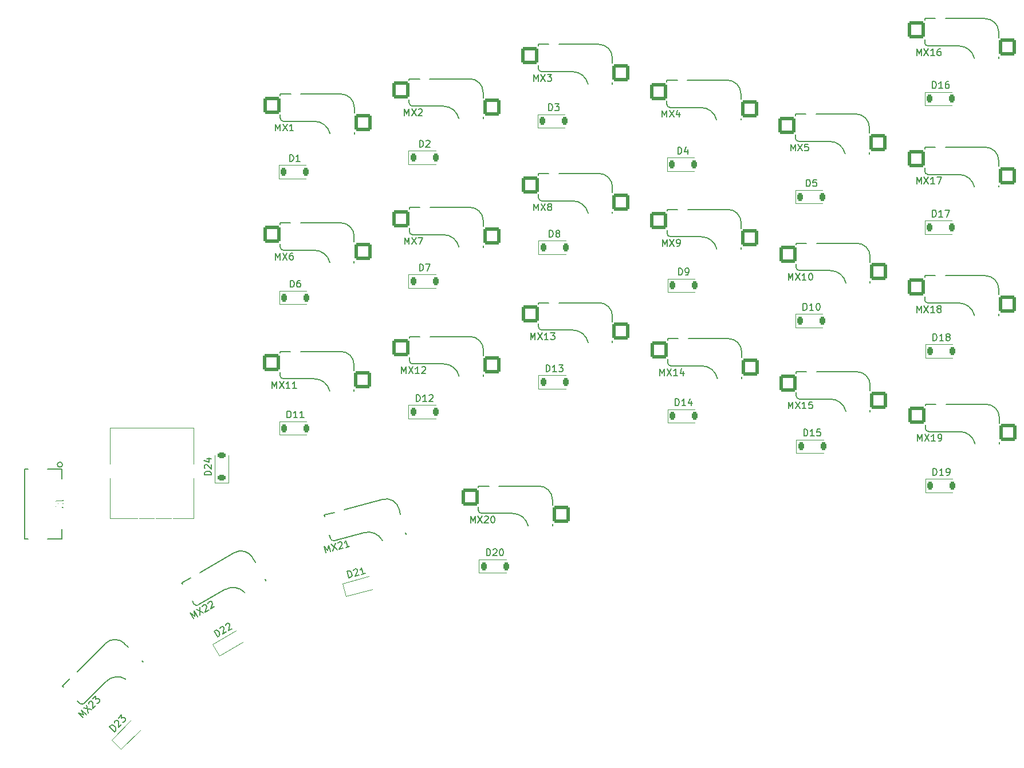
<source format=gto>
G04 #@! TF.GenerationSoftware,KiCad,Pcbnew,7.0.10-7.0.10~ubuntu23.10.1*
G04 #@! TF.CreationDate,2024-01-07T20:04:01-05:00*
G04 #@! TF.ProjectId,Right PCB,52696768-7420-4504-9342-2e6b69636164,rev?*
G04 #@! TF.SameCoordinates,Original*
G04 #@! TF.FileFunction,Legend,Top*
G04 #@! TF.FilePolarity,Positive*
%FSLAX46Y46*%
G04 Gerber Fmt 4.6, Leading zero omitted, Abs format (unit mm)*
G04 Created by KiCad (PCBNEW 7.0.10-7.0.10~ubuntu23.10.1) date 2024-01-07 20:04:01*
%MOMM*%
%LPD*%
G01*
G04 APERTURE LIST*
G04 Aperture macros list*
%AMRoundRect*
0 Rectangle with rounded corners*
0 $1 Rounding radius*
0 $2 $3 $4 $5 $6 $7 $8 $9 X,Y pos of 4 corners*
0 Add a 4 corners polygon primitive as box body*
4,1,4,$2,$3,$4,$5,$6,$7,$8,$9,$2,$3,0*
0 Add four circle primitives for the rounded corners*
1,1,$1+$1,$2,$3*
1,1,$1+$1,$4,$5*
1,1,$1+$1,$6,$7*
1,1,$1+$1,$8,$9*
0 Add four rect primitives between the rounded corners*
20,1,$1+$1,$2,$3,$4,$5,0*
20,1,$1+$1,$4,$5,$6,$7,0*
20,1,$1+$1,$6,$7,$8,$9,0*
20,1,$1+$1,$8,$9,$2,$3,0*%
G04 Aperture macros list end*
%ADD10C,0.150000*%
%ADD11C,0.120000*%
%ADD12C,0.100000*%
%ADD13C,0.152400*%
%ADD14RoundRect,0.225000X0.375000X-0.225000X0.375000X0.225000X-0.375000X0.225000X-0.375000X-0.225000X0*%
%ADD15C,1.750000*%
%ADD16C,3.987800*%
%ADD17C,3.300000*%
%ADD18RoundRect,0.250000X-1.025000X-1.000000X1.025000X-1.000000X1.025000X1.000000X-1.025000X1.000000X0*%
%ADD19RoundRect,0.225000X-0.225000X-0.375000X0.225000X-0.375000X0.225000X0.375000X-0.225000X0.375000X0*%
%ADD20RoundRect,0.225000X-0.120276X-0.420456X0.314390X-0.303988X0.120276X0.420456X-0.314390X0.303988X0*%
%ADD21C,1.000000*%
%ADD22R,2.000000X2.100000*%
%ADD23RoundRect,0.225000X0.106066X-0.424264X0.424264X-0.106066X-0.106066X0.424264X-0.424264X0.106066X0*%
%ADD24RoundRect,0.250000X-0.731255X-1.231215X1.248893X-0.700636X0.731255X1.231215X-1.248893X0.700636X0*%
%ADD25RoundRect,0.225000X-0.007356X-0.437260X0.382356X-0.212260X0.007356X0.437260X-0.382356X0.212260X0*%
%ADD26RoundRect,0.250000X-0.387676X-1.378525X1.387676X-0.353525X0.387676X1.378525X-1.387676X0.353525X0*%
%ADD27R,1.300000X0.300000*%
%ADD28R,2.200000X1.800000*%
%ADD29RoundRect,0.250000X-0.017678X-1.431891X1.431891X0.017678X0.017678X1.431891X-1.431891X-0.017678X0*%
G04 APERTURE END LIST*
D10*
X72454819Y-110414285D02*
X71454819Y-110414285D01*
X71454819Y-110414285D02*
X71454819Y-110176190D01*
X71454819Y-110176190D02*
X71502438Y-110033333D01*
X71502438Y-110033333D02*
X71597676Y-109938095D01*
X71597676Y-109938095D02*
X71692914Y-109890476D01*
X71692914Y-109890476D02*
X71883390Y-109842857D01*
X71883390Y-109842857D02*
X72026247Y-109842857D01*
X72026247Y-109842857D02*
X72216723Y-109890476D01*
X72216723Y-109890476D02*
X72311961Y-109938095D01*
X72311961Y-109938095D02*
X72407200Y-110033333D01*
X72407200Y-110033333D02*
X72454819Y-110176190D01*
X72454819Y-110176190D02*
X72454819Y-110414285D01*
X71550057Y-109461904D02*
X71502438Y-109414285D01*
X71502438Y-109414285D02*
X71454819Y-109319047D01*
X71454819Y-109319047D02*
X71454819Y-109080952D01*
X71454819Y-109080952D02*
X71502438Y-108985714D01*
X71502438Y-108985714D02*
X71550057Y-108938095D01*
X71550057Y-108938095D02*
X71645295Y-108890476D01*
X71645295Y-108890476D02*
X71740533Y-108890476D01*
X71740533Y-108890476D02*
X71883390Y-108938095D01*
X71883390Y-108938095D02*
X72454819Y-109509523D01*
X72454819Y-109509523D02*
X72454819Y-108890476D01*
X71788152Y-108033333D02*
X72454819Y-108033333D01*
X71407200Y-108271428D02*
X72121485Y-108509523D01*
X72121485Y-108509523D02*
X72121485Y-107890476D01*
X101044286Y-57304819D02*
X101044286Y-56304819D01*
X101044286Y-56304819D02*
X101377619Y-57019104D01*
X101377619Y-57019104D02*
X101710952Y-56304819D01*
X101710952Y-56304819D02*
X101710952Y-57304819D01*
X102091905Y-56304819D02*
X102758571Y-57304819D01*
X102758571Y-56304819D02*
X102091905Y-57304819D01*
X103091905Y-56400057D02*
X103139524Y-56352438D01*
X103139524Y-56352438D02*
X103234762Y-56304819D01*
X103234762Y-56304819D02*
X103472857Y-56304819D01*
X103472857Y-56304819D02*
X103568095Y-56352438D01*
X103568095Y-56352438D02*
X103615714Y-56400057D01*
X103615714Y-56400057D02*
X103663333Y-56495295D01*
X103663333Y-56495295D02*
X103663333Y-56590533D01*
X103663333Y-56590533D02*
X103615714Y-56733390D01*
X103615714Y-56733390D02*
X103044286Y-57304819D01*
X103044286Y-57304819D02*
X103663333Y-57304819D01*
X157788095Y-100604819D02*
X157788095Y-99604819D01*
X157788095Y-99604819D02*
X158121428Y-100319104D01*
X158121428Y-100319104D02*
X158454761Y-99604819D01*
X158454761Y-99604819D02*
X158454761Y-100604819D01*
X158835714Y-99604819D02*
X159502380Y-100604819D01*
X159502380Y-99604819D02*
X158835714Y-100604819D01*
X160407142Y-100604819D02*
X159835714Y-100604819D01*
X160121428Y-100604819D02*
X160121428Y-99604819D01*
X160121428Y-99604819D02*
X160026190Y-99747676D01*
X160026190Y-99747676D02*
X159930952Y-99842914D01*
X159930952Y-99842914D02*
X159835714Y-99890533D01*
X161311904Y-99604819D02*
X160835714Y-99604819D01*
X160835714Y-99604819D02*
X160788095Y-100081009D01*
X160788095Y-100081009D02*
X160835714Y-100033390D01*
X160835714Y-100033390D02*
X160930952Y-99985771D01*
X160930952Y-99985771D02*
X161169047Y-99985771D01*
X161169047Y-99985771D02*
X161264285Y-100033390D01*
X161264285Y-100033390D02*
X161311904Y-100081009D01*
X161311904Y-100081009D02*
X161359523Y-100176247D01*
X161359523Y-100176247D02*
X161359523Y-100414342D01*
X161359523Y-100414342D02*
X161311904Y-100509580D01*
X161311904Y-100509580D02*
X161264285Y-100557200D01*
X161264285Y-100557200D02*
X161169047Y-100604819D01*
X161169047Y-100604819D02*
X160930952Y-100604819D01*
X160930952Y-100604819D02*
X160835714Y-100557200D01*
X160835714Y-100557200D02*
X160788095Y-100509580D01*
X160085714Y-104654819D02*
X160085714Y-103654819D01*
X160085714Y-103654819D02*
X160323809Y-103654819D01*
X160323809Y-103654819D02*
X160466666Y-103702438D01*
X160466666Y-103702438D02*
X160561904Y-103797676D01*
X160561904Y-103797676D02*
X160609523Y-103892914D01*
X160609523Y-103892914D02*
X160657142Y-104083390D01*
X160657142Y-104083390D02*
X160657142Y-104226247D01*
X160657142Y-104226247D02*
X160609523Y-104416723D01*
X160609523Y-104416723D02*
X160561904Y-104511961D01*
X160561904Y-104511961D02*
X160466666Y-104607200D01*
X160466666Y-104607200D02*
X160323809Y-104654819D01*
X160323809Y-104654819D02*
X160085714Y-104654819D01*
X161609523Y-104654819D02*
X161038095Y-104654819D01*
X161323809Y-104654819D02*
X161323809Y-103654819D01*
X161323809Y-103654819D02*
X161228571Y-103797676D01*
X161228571Y-103797676D02*
X161133333Y-103892914D01*
X161133333Y-103892914D02*
X161038095Y-103940533D01*
X162514285Y-103654819D02*
X162038095Y-103654819D01*
X162038095Y-103654819D02*
X161990476Y-104131009D01*
X161990476Y-104131009D02*
X162038095Y-104083390D01*
X162038095Y-104083390D02*
X162133333Y-104035771D01*
X162133333Y-104035771D02*
X162371428Y-104035771D01*
X162371428Y-104035771D02*
X162466666Y-104083390D01*
X162466666Y-104083390D02*
X162514285Y-104131009D01*
X162514285Y-104131009D02*
X162561904Y-104226247D01*
X162561904Y-104226247D02*
X162561904Y-104464342D01*
X162561904Y-104464342D02*
X162514285Y-104559580D01*
X162514285Y-104559580D02*
X162466666Y-104607200D01*
X162466666Y-104607200D02*
X162371428Y-104654819D01*
X162371428Y-104654819D02*
X162133333Y-104654819D01*
X162133333Y-104654819D02*
X162038095Y-104607200D01*
X162038095Y-104607200D02*
X161990476Y-104559580D01*
X120144286Y-52204819D02*
X120144286Y-51204819D01*
X120144286Y-51204819D02*
X120477619Y-51919104D01*
X120477619Y-51919104D02*
X120810952Y-51204819D01*
X120810952Y-51204819D02*
X120810952Y-52204819D01*
X121191905Y-51204819D02*
X121858571Y-52204819D01*
X121858571Y-51204819D02*
X121191905Y-52204819D01*
X122144286Y-51204819D02*
X122763333Y-51204819D01*
X122763333Y-51204819D02*
X122430000Y-51585771D01*
X122430000Y-51585771D02*
X122572857Y-51585771D01*
X122572857Y-51585771D02*
X122668095Y-51633390D01*
X122668095Y-51633390D02*
X122715714Y-51681009D01*
X122715714Y-51681009D02*
X122763333Y-51776247D01*
X122763333Y-51776247D02*
X122763333Y-52014342D01*
X122763333Y-52014342D02*
X122715714Y-52109580D01*
X122715714Y-52109580D02*
X122668095Y-52157200D01*
X122668095Y-52157200D02*
X122572857Y-52204819D01*
X122572857Y-52204819D02*
X122287143Y-52204819D01*
X122287143Y-52204819D02*
X122191905Y-52157200D01*
X122191905Y-52157200D02*
X122144286Y-52109580D01*
X122461905Y-75254819D02*
X122461905Y-74254819D01*
X122461905Y-74254819D02*
X122700000Y-74254819D01*
X122700000Y-74254819D02*
X122842857Y-74302438D01*
X122842857Y-74302438D02*
X122938095Y-74397676D01*
X122938095Y-74397676D02*
X122985714Y-74492914D01*
X122985714Y-74492914D02*
X123033333Y-74683390D01*
X123033333Y-74683390D02*
X123033333Y-74826247D01*
X123033333Y-74826247D02*
X122985714Y-75016723D01*
X122985714Y-75016723D02*
X122938095Y-75111961D01*
X122938095Y-75111961D02*
X122842857Y-75207200D01*
X122842857Y-75207200D02*
X122700000Y-75254819D01*
X122700000Y-75254819D02*
X122461905Y-75254819D01*
X123604762Y-74683390D02*
X123509524Y-74635771D01*
X123509524Y-74635771D02*
X123461905Y-74588152D01*
X123461905Y-74588152D02*
X123414286Y-74492914D01*
X123414286Y-74492914D02*
X123414286Y-74445295D01*
X123414286Y-74445295D02*
X123461905Y-74350057D01*
X123461905Y-74350057D02*
X123509524Y-74302438D01*
X123509524Y-74302438D02*
X123604762Y-74254819D01*
X123604762Y-74254819D02*
X123795238Y-74254819D01*
X123795238Y-74254819D02*
X123890476Y-74302438D01*
X123890476Y-74302438D02*
X123938095Y-74350057D01*
X123938095Y-74350057D02*
X123985714Y-74445295D01*
X123985714Y-74445295D02*
X123985714Y-74492914D01*
X123985714Y-74492914D02*
X123938095Y-74588152D01*
X123938095Y-74588152D02*
X123890476Y-74635771D01*
X123890476Y-74635771D02*
X123795238Y-74683390D01*
X123795238Y-74683390D02*
X123604762Y-74683390D01*
X123604762Y-74683390D02*
X123509524Y-74731009D01*
X123509524Y-74731009D02*
X123461905Y-74778628D01*
X123461905Y-74778628D02*
X123414286Y-74873866D01*
X123414286Y-74873866D02*
X123414286Y-75064342D01*
X123414286Y-75064342D02*
X123461905Y-75159580D01*
X123461905Y-75159580D02*
X123509524Y-75207200D01*
X123509524Y-75207200D02*
X123604762Y-75254819D01*
X123604762Y-75254819D02*
X123795238Y-75254819D01*
X123795238Y-75254819D02*
X123890476Y-75207200D01*
X123890476Y-75207200D02*
X123938095Y-75159580D01*
X123938095Y-75159580D02*
X123985714Y-75064342D01*
X123985714Y-75064342D02*
X123985714Y-74873866D01*
X123985714Y-74873866D02*
X123938095Y-74778628D01*
X123938095Y-74778628D02*
X123890476Y-74731009D01*
X123890476Y-74731009D02*
X123795238Y-74683390D01*
X92827167Y-125621749D02*
X92568348Y-124655823D01*
X92568348Y-124655823D02*
X92798331Y-124594200D01*
X92798331Y-124594200D02*
X92948645Y-124603222D01*
X92948645Y-124603222D02*
X93065287Y-124670566D01*
X93065287Y-124670566D02*
X93135933Y-124750234D01*
X93135933Y-124750234D02*
X93231228Y-124921895D01*
X93231228Y-124921895D02*
X93268203Y-125059884D01*
X93268203Y-125059884D02*
X93271505Y-125256195D01*
X93271505Y-125256195D02*
X93250158Y-125360513D01*
X93250158Y-125360513D02*
X93182814Y-125477155D01*
X93182814Y-125477155D02*
X93057150Y-125560126D01*
X93057150Y-125560126D02*
X92827167Y-125621749D01*
X93512927Y-124501322D02*
X93546599Y-124443001D01*
X93546599Y-124443001D02*
X93626267Y-124372355D01*
X93626267Y-124372355D02*
X93856249Y-124310731D01*
X93856249Y-124310731D02*
X93960567Y-124332078D01*
X93960567Y-124332078D02*
X94018888Y-124365750D01*
X94018888Y-124365750D02*
X94089534Y-124445418D01*
X94089534Y-124445418D02*
X94114184Y-124537411D01*
X94114184Y-124537411D02*
X94105161Y-124687725D01*
X94105161Y-124687725D02*
X93701100Y-125387580D01*
X93701100Y-125387580D02*
X94299054Y-125227358D01*
X95218984Y-124980864D02*
X94667026Y-125128761D01*
X94943005Y-125054812D02*
X94684186Y-124088886D01*
X94684186Y-124088886D02*
X94629167Y-124251525D01*
X94629167Y-124251525D02*
X94561824Y-124368168D01*
X94561824Y-124368168D02*
X94482155Y-124438814D01*
X176788095Y-48404819D02*
X176788095Y-47404819D01*
X176788095Y-47404819D02*
X177121428Y-48119104D01*
X177121428Y-48119104D02*
X177454761Y-47404819D01*
X177454761Y-47404819D02*
X177454761Y-48404819D01*
X177835714Y-47404819D02*
X178502380Y-48404819D01*
X178502380Y-47404819D02*
X177835714Y-48404819D01*
X179407142Y-48404819D02*
X178835714Y-48404819D01*
X179121428Y-48404819D02*
X179121428Y-47404819D01*
X179121428Y-47404819D02*
X179026190Y-47547676D01*
X179026190Y-47547676D02*
X178930952Y-47642914D01*
X178930952Y-47642914D02*
X178835714Y-47690533D01*
X180264285Y-47404819D02*
X180073809Y-47404819D01*
X180073809Y-47404819D02*
X179978571Y-47452438D01*
X179978571Y-47452438D02*
X179930952Y-47500057D01*
X179930952Y-47500057D02*
X179835714Y-47642914D01*
X179835714Y-47642914D02*
X179788095Y-47833390D01*
X179788095Y-47833390D02*
X179788095Y-48214342D01*
X179788095Y-48214342D02*
X179835714Y-48309580D01*
X179835714Y-48309580D02*
X179883333Y-48357200D01*
X179883333Y-48357200D02*
X179978571Y-48404819D01*
X179978571Y-48404819D02*
X180169047Y-48404819D01*
X180169047Y-48404819D02*
X180264285Y-48357200D01*
X180264285Y-48357200D02*
X180311904Y-48309580D01*
X180311904Y-48309580D02*
X180359523Y-48214342D01*
X180359523Y-48214342D02*
X180359523Y-47976247D01*
X180359523Y-47976247D02*
X180311904Y-47881009D01*
X180311904Y-47881009D02*
X180264285Y-47833390D01*
X180264285Y-47833390D02*
X180169047Y-47785771D01*
X180169047Y-47785771D02*
X179978571Y-47785771D01*
X179978571Y-47785771D02*
X179883333Y-47833390D01*
X179883333Y-47833390D02*
X179835714Y-47881009D01*
X179835714Y-47881009D02*
X179788095Y-47976247D01*
X110808095Y-117504819D02*
X110808095Y-116504819D01*
X110808095Y-116504819D02*
X111141428Y-117219104D01*
X111141428Y-117219104D02*
X111474761Y-116504819D01*
X111474761Y-116504819D02*
X111474761Y-117504819D01*
X111855714Y-116504819D02*
X112522380Y-117504819D01*
X112522380Y-116504819D02*
X111855714Y-117504819D01*
X112855714Y-116600057D02*
X112903333Y-116552438D01*
X112903333Y-116552438D02*
X112998571Y-116504819D01*
X112998571Y-116504819D02*
X113236666Y-116504819D01*
X113236666Y-116504819D02*
X113331904Y-116552438D01*
X113331904Y-116552438D02*
X113379523Y-116600057D01*
X113379523Y-116600057D02*
X113427142Y-116695295D01*
X113427142Y-116695295D02*
X113427142Y-116790533D01*
X113427142Y-116790533D02*
X113379523Y-116933390D01*
X113379523Y-116933390D02*
X112808095Y-117504819D01*
X112808095Y-117504819D02*
X113427142Y-117504819D01*
X114046190Y-116504819D02*
X114141428Y-116504819D01*
X114141428Y-116504819D02*
X114236666Y-116552438D01*
X114236666Y-116552438D02*
X114284285Y-116600057D01*
X114284285Y-116600057D02*
X114331904Y-116695295D01*
X114331904Y-116695295D02*
X114379523Y-116885771D01*
X114379523Y-116885771D02*
X114379523Y-117123866D01*
X114379523Y-117123866D02*
X114331904Y-117314342D01*
X114331904Y-117314342D02*
X114284285Y-117409580D01*
X114284285Y-117409580D02*
X114236666Y-117457200D01*
X114236666Y-117457200D02*
X114141428Y-117504819D01*
X114141428Y-117504819D02*
X114046190Y-117504819D01*
X114046190Y-117504819D02*
X113950952Y-117457200D01*
X113950952Y-117457200D02*
X113903333Y-117409580D01*
X113903333Y-117409580D02*
X113855714Y-117314342D01*
X113855714Y-117314342D02*
X113808095Y-117123866D01*
X113808095Y-117123866D02*
X113808095Y-116885771D01*
X113808095Y-116885771D02*
X113855714Y-116695295D01*
X113855714Y-116695295D02*
X113903333Y-116600057D01*
X113903333Y-116600057D02*
X113950952Y-116552438D01*
X113950952Y-116552438D02*
X114046190Y-116504819D01*
X141085714Y-100154819D02*
X141085714Y-99154819D01*
X141085714Y-99154819D02*
X141323809Y-99154819D01*
X141323809Y-99154819D02*
X141466666Y-99202438D01*
X141466666Y-99202438D02*
X141561904Y-99297676D01*
X141561904Y-99297676D02*
X141609523Y-99392914D01*
X141609523Y-99392914D02*
X141657142Y-99583390D01*
X141657142Y-99583390D02*
X141657142Y-99726247D01*
X141657142Y-99726247D02*
X141609523Y-99916723D01*
X141609523Y-99916723D02*
X141561904Y-100011961D01*
X141561904Y-100011961D02*
X141466666Y-100107200D01*
X141466666Y-100107200D02*
X141323809Y-100154819D01*
X141323809Y-100154819D02*
X141085714Y-100154819D01*
X142609523Y-100154819D02*
X142038095Y-100154819D01*
X142323809Y-100154819D02*
X142323809Y-99154819D01*
X142323809Y-99154819D02*
X142228571Y-99297676D01*
X142228571Y-99297676D02*
X142133333Y-99392914D01*
X142133333Y-99392914D02*
X142038095Y-99440533D01*
X143466666Y-99488152D02*
X143466666Y-100154819D01*
X143228571Y-99107200D02*
X142990476Y-99821485D01*
X142990476Y-99821485D02*
X143609523Y-99821485D01*
X176888095Y-105404819D02*
X176888095Y-104404819D01*
X176888095Y-104404819D02*
X177221428Y-105119104D01*
X177221428Y-105119104D02*
X177554761Y-104404819D01*
X177554761Y-104404819D02*
X177554761Y-105404819D01*
X177935714Y-104404819D02*
X178602380Y-105404819D01*
X178602380Y-104404819D02*
X177935714Y-105404819D01*
X179507142Y-105404819D02*
X178935714Y-105404819D01*
X179221428Y-105404819D02*
X179221428Y-104404819D01*
X179221428Y-104404819D02*
X179126190Y-104547676D01*
X179126190Y-104547676D02*
X179030952Y-104642914D01*
X179030952Y-104642914D02*
X178935714Y-104690533D01*
X179983333Y-105404819D02*
X180173809Y-105404819D01*
X180173809Y-105404819D02*
X180269047Y-105357200D01*
X180269047Y-105357200D02*
X180316666Y-105309580D01*
X180316666Y-105309580D02*
X180411904Y-105166723D01*
X180411904Y-105166723D02*
X180459523Y-104976247D01*
X180459523Y-104976247D02*
X180459523Y-104595295D01*
X180459523Y-104595295D02*
X180411904Y-104500057D01*
X180411904Y-104500057D02*
X180364285Y-104452438D01*
X180364285Y-104452438D02*
X180269047Y-104404819D01*
X180269047Y-104404819D02*
X180078571Y-104404819D01*
X180078571Y-104404819D02*
X179983333Y-104452438D01*
X179983333Y-104452438D02*
X179935714Y-104500057D01*
X179935714Y-104500057D02*
X179888095Y-104595295D01*
X179888095Y-104595295D02*
X179888095Y-104833390D01*
X179888095Y-104833390D02*
X179935714Y-104928628D01*
X179935714Y-104928628D02*
X179983333Y-104976247D01*
X179983333Y-104976247D02*
X180078571Y-105023866D01*
X180078571Y-105023866D02*
X180269047Y-105023866D01*
X180269047Y-105023866D02*
X180364285Y-104976247D01*
X180364285Y-104976247D02*
X180411904Y-104928628D01*
X180411904Y-104928628D02*
X180459523Y-104833390D01*
X102785714Y-99554819D02*
X102785714Y-98554819D01*
X102785714Y-98554819D02*
X103023809Y-98554819D01*
X103023809Y-98554819D02*
X103166666Y-98602438D01*
X103166666Y-98602438D02*
X103261904Y-98697676D01*
X103261904Y-98697676D02*
X103309523Y-98792914D01*
X103309523Y-98792914D02*
X103357142Y-98983390D01*
X103357142Y-98983390D02*
X103357142Y-99126247D01*
X103357142Y-99126247D02*
X103309523Y-99316723D01*
X103309523Y-99316723D02*
X103261904Y-99411961D01*
X103261904Y-99411961D02*
X103166666Y-99507200D01*
X103166666Y-99507200D02*
X103023809Y-99554819D01*
X103023809Y-99554819D02*
X102785714Y-99554819D01*
X104309523Y-99554819D02*
X103738095Y-99554819D01*
X104023809Y-99554819D02*
X104023809Y-98554819D01*
X104023809Y-98554819D02*
X103928571Y-98697676D01*
X103928571Y-98697676D02*
X103833333Y-98792914D01*
X103833333Y-98792914D02*
X103738095Y-98840533D01*
X104690476Y-98650057D02*
X104738095Y-98602438D01*
X104738095Y-98602438D02*
X104833333Y-98554819D01*
X104833333Y-98554819D02*
X105071428Y-98554819D01*
X105071428Y-98554819D02*
X105166666Y-98602438D01*
X105166666Y-98602438D02*
X105214285Y-98650057D01*
X105214285Y-98650057D02*
X105261904Y-98745295D01*
X105261904Y-98745295D02*
X105261904Y-98840533D01*
X105261904Y-98840533D02*
X105214285Y-98983390D01*
X105214285Y-98983390D02*
X104642857Y-99554819D01*
X104642857Y-99554819D02*
X105261904Y-99554819D01*
X176788095Y-86404819D02*
X176788095Y-85404819D01*
X176788095Y-85404819D02*
X177121428Y-86119104D01*
X177121428Y-86119104D02*
X177454761Y-85404819D01*
X177454761Y-85404819D02*
X177454761Y-86404819D01*
X177835714Y-85404819D02*
X178502380Y-86404819D01*
X178502380Y-85404819D02*
X177835714Y-86404819D01*
X179407142Y-86404819D02*
X178835714Y-86404819D01*
X179121428Y-86404819D02*
X179121428Y-85404819D01*
X179121428Y-85404819D02*
X179026190Y-85547676D01*
X179026190Y-85547676D02*
X178930952Y-85642914D01*
X178930952Y-85642914D02*
X178835714Y-85690533D01*
X179978571Y-85833390D02*
X179883333Y-85785771D01*
X179883333Y-85785771D02*
X179835714Y-85738152D01*
X179835714Y-85738152D02*
X179788095Y-85642914D01*
X179788095Y-85642914D02*
X179788095Y-85595295D01*
X179788095Y-85595295D02*
X179835714Y-85500057D01*
X179835714Y-85500057D02*
X179883333Y-85452438D01*
X179883333Y-85452438D02*
X179978571Y-85404819D01*
X179978571Y-85404819D02*
X180169047Y-85404819D01*
X180169047Y-85404819D02*
X180264285Y-85452438D01*
X180264285Y-85452438D02*
X180311904Y-85500057D01*
X180311904Y-85500057D02*
X180359523Y-85595295D01*
X180359523Y-85595295D02*
X180359523Y-85642914D01*
X180359523Y-85642914D02*
X180311904Y-85738152D01*
X180311904Y-85738152D02*
X180264285Y-85785771D01*
X180264285Y-85785771D02*
X180169047Y-85833390D01*
X180169047Y-85833390D02*
X179978571Y-85833390D01*
X179978571Y-85833390D02*
X179883333Y-85881009D01*
X179883333Y-85881009D02*
X179835714Y-85928628D01*
X179835714Y-85928628D02*
X179788095Y-86023866D01*
X179788095Y-86023866D02*
X179788095Y-86214342D01*
X179788095Y-86214342D02*
X179835714Y-86309580D01*
X179835714Y-86309580D02*
X179883333Y-86357200D01*
X179883333Y-86357200D02*
X179978571Y-86404819D01*
X179978571Y-86404819D02*
X180169047Y-86404819D01*
X180169047Y-86404819D02*
X180264285Y-86357200D01*
X180264285Y-86357200D02*
X180311904Y-86309580D01*
X180311904Y-86309580D02*
X180359523Y-86214342D01*
X180359523Y-86214342D02*
X180359523Y-86023866D01*
X180359523Y-86023866D02*
X180311904Y-85928628D01*
X180311904Y-85928628D02*
X180264285Y-85881009D01*
X180264285Y-85881009D02*
X180169047Y-85833390D01*
X139144286Y-57504819D02*
X139144286Y-56504819D01*
X139144286Y-56504819D02*
X139477619Y-57219104D01*
X139477619Y-57219104D02*
X139810952Y-56504819D01*
X139810952Y-56504819D02*
X139810952Y-57504819D01*
X140191905Y-56504819D02*
X140858571Y-57504819D01*
X140858571Y-56504819D02*
X140191905Y-57504819D01*
X141668095Y-56838152D02*
X141668095Y-57504819D01*
X141430000Y-56457200D02*
X141191905Y-57171485D01*
X141191905Y-57171485D02*
X141810952Y-57171485D01*
X179085714Y-53254819D02*
X179085714Y-52254819D01*
X179085714Y-52254819D02*
X179323809Y-52254819D01*
X179323809Y-52254819D02*
X179466666Y-52302438D01*
X179466666Y-52302438D02*
X179561904Y-52397676D01*
X179561904Y-52397676D02*
X179609523Y-52492914D01*
X179609523Y-52492914D02*
X179657142Y-52683390D01*
X179657142Y-52683390D02*
X179657142Y-52826247D01*
X179657142Y-52826247D02*
X179609523Y-53016723D01*
X179609523Y-53016723D02*
X179561904Y-53111961D01*
X179561904Y-53111961D02*
X179466666Y-53207200D01*
X179466666Y-53207200D02*
X179323809Y-53254819D01*
X179323809Y-53254819D02*
X179085714Y-53254819D01*
X180609523Y-53254819D02*
X180038095Y-53254819D01*
X180323809Y-53254819D02*
X180323809Y-52254819D01*
X180323809Y-52254819D02*
X180228571Y-52397676D01*
X180228571Y-52397676D02*
X180133333Y-52492914D01*
X180133333Y-52492914D02*
X180038095Y-52540533D01*
X181466666Y-52254819D02*
X181276190Y-52254819D01*
X181276190Y-52254819D02*
X181180952Y-52302438D01*
X181180952Y-52302438D02*
X181133333Y-52350057D01*
X181133333Y-52350057D02*
X181038095Y-52492914D01*
X181038095Y-52492914D02*
X180990476Y-52683390D01*
X180990476Y-52683390D02*
X180990476Y-53064342D01*
X180990476Y-53064342D02*
X181038095Y-53159580D01*
X181038095Y-53159580D02*
X181085714Y-53207200D01*
X181085714Y-53207200D02*
X181180952Y-53254819D01*
X181180952Y-53254819D02*
X181371428Y-53254819D01*
X181371428Y-53254819D02*
X181466666Y-53207200D01*
X181466666Y-53207200D02*
X181514285Y-53159580D01*
X181514285Y-53159580D02*
X181561904Y-53064342D01*
X181561904Y-53064342D02*
X181561904Y-52826247D01*
X181561904Y-52826247D02*
X181514285Y-52731009D01*
X181514285Y-52731009D02*
X181466666Y-52683390D01*
X181466666Y-52683390D02*
X181371428Y-52635771D01*
X181371428Y-52635771D02*
X181180952Y-52635771D01*
X181180952Y-52635771D02*
X181085714Y-52683390D01*
X181085714Y-52683390D02*
X181038095Y-52731009D01*
X181038095Y-52731009D02*
X180990476Y-52826247D01*
X159985714Y-86054819D02*
X159985714Y-85054819D01*
X159985714Y-85054819D02*
X160223809Y-85054819D01*
X160223809Y-85054819D02*
X160366666Y-85102438D01*
X160366666Y-85102438D02*
X160461904Y-85197676D01*
X160461904Y-85197676D02*
X160509523Y-85292914D01*
X160509523Y-85292914D02*
X160557142Y-85483390D01*
X160557142Y-85483390D02*
X160557142Y-85626247D01*
X160557142Y-85626247D02*
X160509523Y-85816723D01*
X160509523Y-85816723D02*
X160461904Y-85911961D01*
X160461904Y-85911961D02*
X160366666Y-86007200D01*
X160366666Y-86007200D02*
X160223809Y-86054819D01*
X160223809Y-86054819D02*
X159985714Y-86054819D01*
X161509523Y-86054819D02*
X160938095Y-86054819D01*
X161223809Y-86054819D02*
X161223809Y-85054819D01*
X161223809Y-85054819D02*
X161128571Y-85197676D01*
X161128571Y-85197676D02*
X161033333Y-85292914D01*
X161033333Y-85292914D02*
X160938095Y-85340533D01*
X162128571Y-85054819D02*
X162223809Y-85054819D01*
X162223809Y-85054819D02*
X162319047Y-85102438D01*
X162319047Y-85102438D02*
X162366666Y-85150057D01*
X162366666Y-85150057D02*
X162414285Y-85245295D01*
X162414285Y-85245295D02*
X162461904Y-85435771D01*
X162461904Y-85435771D02*
X162461904Y-85673866D01*
X162461904Y-85673866D02*
X162414285Y-85864342D01*
X162414285Y-85864342D02*
X162366666Y-85959580D01*
X162366666Y-85959580D02*
X162319047Y-86007200D01*
X162319047Y-86007200D02*
X162223809Y-86054819D01*
X162223809Y-86054819D02*
X162128571Y-86054819D01*
X162128571Y-86054819D02*
X162033333Y-86007200D01*
X162033333Y-86007200D02*
X161985714Y-85959580D01*
X161985714Y-85959580D02*
X161938095Y-85864342D01*
X161938095Y-85864342D02*
X161890476Y-85673866D01*
X161890476Y-85673866D02*
X161890476Y-85435771D01*
X161890476Y-85435771D02*
X161938095Y-85245295D01*
X161938095Y-85245295D02*
X161985714Y-85150057D01*
X161985714Y-85150057D02*
X162033333Y-85102438D01*
X162033333Y-85102438D02*
X162128571Y-85054819D01*
X113185714Y-122354819D02*
X113185714Y-121354819D01*
X113185714Y-121354819D02*
X113423809Y-121354819D01*
X113423809Y-121354819D02*
X113566666Y-121402438D01*
X113566666Y-121402438D02*
X113661904Y-121497676D01*
X113661904Y-121497676D02*
X113709523Y-121592914D01*
X113709523Y-121592914D02*
X113757142Y-121783390D01*
X113757142Y-121783390D02*
X113757142Y-121926247D01*
X113757142Y-121926247D02*
X113709523Y-122116723D01*
X113709523Y-122116723D02*
X113661904Y-122211961D01*
X113661904Y-122211961D02*
X113566666Y-122307200D01*
X113566666Y-122307200D02*
X113423809Y-122354819D01*
X113423809Y-122354819D02*
X113185714Y-122354819D01*
X114138095Y-121450057D02*
X114185714Y-121402438D01*
X114185714Y-121402438D02*
X114280952Y-121354819D01*
X114280952Y-121354819D02*
X114519047Y-121354819D01*
X114519047Y-121354819D02*
X114614285Y-121402438D01*
X114614285Y-121402438D02*
X114661904Y-121450057D01*
X114661904Y-121450057D02*
X114709523Y-121545295D01*
X114709523Y-121545295D02*
X114709523Y-121640533D01*
X114709523Y-121640533D02*
X114661904Y-121783390D01*
X114661904Y-121783390D02*
X114090476Y-122354819D01*
X114090476Y-122354819D02*
X114709523Y-122354819D01*
X115328571Y-121354819D02*
X115423809Y-121354819D01*
X115423809Y-121354819D02*
X115519047Y-121402438D01*
X115519047Y-121402438D02*
X115566666Y-121450057D01*
X115566666Y-121450057D02*
X115614285Y-121545295D01*
X115614285Y-121545295D02*
X115661904Y-121735771D01*
X115661904Y-121735771D02*
X115661904Y-121973866D01*
X115661904Y-121973866D02*
X115614285Y-122164342D01*
X115614285Y-122164342D02*
X115566666Y-122259580D01*
X115566666Y-122259580D02*
X115519047Y-122307200D01*
X115519047Y-122307200D02*
X115423809Y-122354819D01*
X115423809Y-122354819D02*
X115328571Y-122354819D01*
X115328571Y-122354819D02*
X115233333Y-122307200D01*
X115233333Y-122307200D02*
X115185714Y-122259580D01*
X115185714Y-122259580D02*
X115138095Y-122164342D01*
X115138095Y-122164342D02*
X115090476Y-121973866D01*
X115090476Y-121973866D02*
X115090476Y-121735771D01*
X115090476Y-121735771D02*
X115138095Y-121545295D01*
X115138095Y-121545295D02*
X115185714Y-121450057D01*
X115185714Y-121450057D02*
X115233333Y-121402438D01*
X115233333Y-121402438D02*
X115328571Y-121354819D01*
X81984286Y-78604819D02*
X81984286Y-77604819D01*
X81984286Y-77604819D02*
X82317619Y-78319104D01*
X82317619Y-78319104D02*
X82650952Y-77604819D01*
X82650952Y-77604819D02*
X82650952Y-78604819D01*
X83031905Y-77604819D02*
X83698571Y-78604819D01*
X83698571Y-77604819D02*
X83031905Y-78604819D01*
X84508095Y-77604819D02*
X84317619Y-77604819D01*
X84317619Y-77604819D02*
X84222381Y-77652438D01*
X84222381Y-77652438D02*
X84174762Y-77700057D01*
X84174762Y-77700057D02*
X84079524Y-77842914D01*
X84079524Y-77842914D02*
X84031905Y-78033390D01*
X84031905Y-78033390D02*
X84031905Y-78414342D01*
X84031905Y-78414342D02*
X84079524Y-78509580D01*
X84079524Y-78509580D02*
X84127143Y-78557200D01*
X84127143Y-78557200D02*
X84222381Y-78604819D01*
X84222381Y-78604819D02*
X84412857Y-78604819D01*
X84412857Y-78604819D02*
X84508095Y-78557200D01*
X84508095Y-78557200D02*
X84555714Y-78509580D01*
X84555714Y-78509580D02*
X84603333Y-78414342D01*
X84603333Y-78414342D02*
X84603333Y-78176247D01*
X84603333Y-78176247D02*
X84555714Y-78081009D01*
X84555714Y-78081009D02*
X84508095Y-78033390D01*
X84508095Y-78033390D02*
X84412857Y-77985771D01*
X84412857Y-77985771D02*
X84222381Y-77985771D01*
X84222381Y-77985771D02*
X84127143Y-78033390D01*
X84127143Y-78033390D02*
X84079524Y-78081009D01*
X84079524Y-78081009D02*
X84031905Y-78176247D01*
X179185714Y-110454819D02*
X179185714Y-109454819D01*
X179185714Y-109454819D02*
X179423809Y-109454819D01*
X179423809Y-109454819D02*
X179566666Y-109502438D01*
X179566666Y-109502438D02*
X179661904Y-109597676D01*
X179661904Y-109597676D02*
X179709523Y-109692914D01*
X179709523Y-109692914D02*
X179757142Y-109883390D01*
X179757142Y-109883390D02*
X179757142Y-110026247D01*
X179757142Y-110026247D02*
X179709523Y-110216723D01*
X179709523Y-110216723D02*
X179661904Y-110311961D01*
X179661904Y-110311961D02*
X179566666Y-110407200D01*
X179566666Y-110407200D02*
X179423809Y-110454819D01*
X179423809Y-110454819D02*
X179185714Y-110454819D01*
X180709523Y-110454819D02*
X180138095Y-110454819D01*
X180423809Y-110454819D02*
X180423809Y-109454819D01*
X180423809Y-109454819D02*
X180328571Y-109597676D01*
X180328571Y-109597676D02*
X180233333Y-109692914D01*
X180233333Y-109692914D02*
X180138095Y-109740533D01*
X181185714Y-110454819D02*
X181376190Y-110454819D01*
X181376190Y-110454819D02*
X181471428Y-110407200D01*
X181471428Y-110407200D02*
X181519047Y-110359580D01*
X181519047Y-110359580D02*
X181614285Y-110216723D01*
X181614285Y-110216723D02*
X181661904Y-110026247D01*
X181661904Y-110026247D02*
X181661904Y-109645295D01*
X181661904Y-109645295D02*
X181614285Y-109550057D01*
X181614285Y-109550057D02*
X181566666Y-109502438D01*
X181566666Y-109502438D02*
X181471428Y-109454819D01*
X181471428Y-109454819D02*
X181280952Y-109454819D01*
X181280952Y-109454819D02*
X181185714Y-109502438D01*
X181185714Y-109502438D02*
X181138095Y-109550057D01*
X181138095Y-109550057D02*
X181090476Y-109645295D01*
X181090476Y-109645295D02*
X181090476Y-109883390D01*
X181090476Y-109883390D02*
X181138095Y-109978628D01*
X181138095Y-109978628D02*
X181185714Y-110026247D01*
X181185714Y-110026247D02*
X181280952Y-110073866D01*
X181280952Y-110073866D02*
X181471428Y-110073866D01*
X181471428Y-110073866D02*
X181566666Y-110026247D01*
X181566666Y-110026247D02*
X181614285Y-109978628D01*
X181614285Y-109978628D02*
X181661904Y-109883390D01*
X82004286Y-59544819D02*
X82004286Y-58544819D01*
X82004286Y-58544819D02*
X82337619Y-59259104D01*
X82337619Y-59259104D02*
X82670952Y-58544819D01*
X82670952Y-58544819D02*
X82670952Y-59544819D01*
X83051905Y-58544819D02*
X83718571Y-59544819D01*
X83718571Y-58544819D02*
X83051905Y-59544819D01*
X84623333Y-59544819D02*
X84051905Y-59544819D01*
X84337619Y-59544819D02*
X84337619Y-58544819D01*
X84337619Y-58544819D02*
X84242381Y-58687676D01*
X84242381Y-58687676D02*
X84147143Y-58782914D01*
X84147143Y-58782914D02*
X84051905Y-58830533D01*
X58148761Y-148366021D02*
X57441655Y-147658914D01*
X57441655Y-147658914D02*
X57610013Y-147490555D01*
X57610013Y-147490555D02*
X57744700Y-147423212D01*
X57744700Y-147423212D02*
X57879387Y-147423212D01*
X57879387Y-147423212D02*
X57980403Y-147456884D01*
X57980403Y-147456884D02*
X58148761Y-147557899D01*
X58148761Y-147557899D02*
X58249777Y-147658914D01*
X58249777Y-147658914D02*
X58350792Y-147827273D01*
X58350792Y-147827273D02*
X58384464Y-147928288D01*
X58384464Y-147928288D02*
X58384464Y-148062975D01*
X58384464Y-148062975D02*
X58317120Y-148197662D01*
X58317120Y-148197662D02*
X58148761Y-148366021D01*
X58182433Y-147052823D02*
X58182433Y-146985479D01*
X58182433Y-146985479D02*
X58216105Y-146884464D01*
X58216105Y-146884464D02*
X58384464Y-146716105D01*
X58384464Y-146716105D02*
X58485479Y-146682433D01*
X58485479Y-146682433D02*
X58552822Y-146682433D01*
X58552822Y-146682433D02*
X58653838Y-146716105D01*
X58653838Y-146716105D02*
X58721181Y-146783449D01*
X58721181Y-146783449D02*
X58788525Y-146918136D01*
X58788525Y-146918136D02*
X58788525Y-147726258D01*
X58788525Y-147726258D02*
X59226257Y-147288525D01*
X58754853Y-146345716D02*
X59192586Y-145907983D01*
X59192586Y-145907983D02*
X59226258Y-146413059D01*
X59226258Y-146413059D02*
X59327273Y-146312044D01*
X59327273Y-146312044D02*
X59428288Y-146278372D01*
X59428288Y-146278372D02*
X59495632Y-146278372D01*
X59495632Y-146278372D02*
X59596647Y-146312044D01*
X59596647Y-146312044D02*
X59765006Y-146480403D01*
X59765006Y-146480403D02*
X59798677Y-146581418D01*
X59798677Y-146581418D02*
X59798677Y-146648761D01*
X59798677Y-146648761D02*
X59765006Y-146749777D01*
X59765006Y-146749777D02*
X59562975Y-146951807D01*
X59562975Y-146951807D02*
X59461960Y-146985479D01*
X59461960Y-146985479D02*
X59394616Y-146985479D01*
X89457728Y-121904946D02*
X89198909Y-120939021D01*
X89198909Y-120939021D02*
X89705755Y-121542695D01*
X89705755Y-121542695D02*
X89842860Y-120766475D01*
X89842860Y-120766475D02*
X90101679Y-121732400D01*
X90210831Y-120667877D02*
X91113601Y-121461257D01*
X90854782Y-120495331D02*
X90469650Y-121633803D01*
X91201406Y-120501051D02*
X91235078Y-120442730D01*
X91235078Y-120442730D02*
X91314746Y-120372084D01*
X91314746Y-120372084D02*
X91544729Y-120310460D01*
X91544729Y-120310460D02*
X91649046Y-120331807D01*
X91649046Y-120331807D02*
X91707368Y-120365479D01*
X91707368Y-120365479D02*
X91778013Y-120445147D01*
X91778013Y-120445147D02*
X91802663Y-120537140D01*
X91802663Y-120537140D02*
X91793641Y-120687454D01*
X91793641Y-120687454D02*
X91389580Y-121387308D01*
X91389580Y-121387308D02*
X91987534Y-121227087D01*
X92907463Y-120980593D02*
X92355505Y-121128489D01*
X92631484Y-121054541D02*
X92372665Y-120088615D01*
X92372665Y-120088615D02*
X92317646Y-120251254D01*
X92317646Y-120251254D02*
X92250303Y-120367896D01*
X92250303Y-120367896D02*
X92170635Y-120438542D01*
X120164286Y-71304819D02*
X120164286Y-70304819D01*
X120164286Y-70304819D02*
X120497619Y-71019104D01*
X120497619Y-71019104D02*
X120830952Y-70304819D01*
X120830952Y-70304819D02*
X120830952Y-71304819D01*
X121211905Y-70304819D02*
X121878571Y-71304819D01*
X121878571Y-70304819D02*
X121211905Y-71304819D01*
X122402381Y-70733390D02*
X122307143Y-70685771D01*
X122307143Y-70685771D02*
X122259524Y-70638152D01*
X122259524Y-70638152D02*
X122211905Y-70542914D01*
X122211905Y-70542914D02*
X122211905Y-70495295D01*
X122211905Y-70495295D02*
X122259524Y-70400057D01*
X122259524Y-70400057D02*
X122307143Y-70352438D01*
X122307143Y-70352438D02*
X122402381Y-70304819D01*
X122402381Y-70304819D02*
X122592857Y-70304819D01*
X122592857Y-70304819D02*
X122688095Y-70352438D01*
X122688095Y-70352438D02*
X122735714Y-70400057D01*
X122735714Y-70400057D02*
X122783333Y-70495295D01*
X122783333Y-70495295D02*
X122783333Y-70542914D01*
X122783333Y-70542914D02*
X122735714Y-70638152D01*
X122735714Y-70638152D02*
X122688095Y-70685771D01*
X122688095Y-70685771D02*
X122592857Y-70733390D01*
X122592857Y-70733390D02*
X122402381Y-70733390D01*
X122402381Y-70733390D02*
X122307143Y-70781009D01*
X122307143Y-70781009D02*
X122259524Y-70828628D01*
X122259524Y-70828628D02*
X122211905Y-70923866D01*
X122211905Y-70923866D02*
X122211905Y-71114342D01*
X122211905Y-71114342D02*
X122259524Y-71209580D01*
X122259524Y-71209580D02*
X122307143Y-71257200D01*
X122307143Y-71257200D02*
X122402381Y-71304819D01*
X122402381Y-71304819D02*
X122592857Y-71304819D01*
X122592857Y-71304819D02*
X122688095Y-71257200D01*
X122688095Y-71257200D02*
X122735714Y-71209580D01*
X122735714Y-71209580D02*
X122783333Y-71114342D01*
X122783333Y-71114342D02*
X122783333Y-70923866D01*
X122783333Y-70923866D02*
X122735714Y-70828628D01*
X122735714Y-70828628D02*
X122688095Y-70781009D01*
X122688095Y-70781009D02*
X122592857Y-70733390D01*
X141561905Y-80854819D02*
X141561905Y-79854819D01*
X141561905Y-79854819D02*
X141800000Y-79854819D01*
X141800000Y-79854819D02*
X141942857Y-79902438D01*
X141942857Y-79902438D02*
X142038095Y-79997676D01*
X142038095Y-79997676D02*
X142085714Y-80092914D01*
X142085714Y-80092914D02*
X142133333Y-80283390D01*
X142133333Y-80283390D02*
X142133333Y-80426247D01*
X142133333Y-80426247D02*
X142085714Y-80616723D01*
X142085714Y-80616723D02*
X142038095Y-80711961D01*
X142038095Y-80711961D02*
X141942857Y-80807200D01*
X141942857Y-80807200D02*
X141800000Y-80854819D01*
X141800000Y-80854819D02*
X141561905Y-80854819D01*
X142609524Y-80854819D02*
X142800000Y-80854819D01*
X142800000Y-80854819D02*
X142895238Y-80807200D01*
X142895238Y-80807200D02*
X142942857Y-80759580D01*
X142942857Y-80759580D02*
X143038095Y-80616723D01*
X143038095Y-80616723D02*
X143085714Y-80426247D01*
X143085714Y-80426247D02*
X143085714Y-80045295D01*
X143085714Y-80045295D02*
X143038095Y-79950057D01*
X143038095Y-79950057D02*
X142990476Y-79902438D01*
X142990476Y-79902438D02*
X142895238Y-79854819D01*
X142895238Y-79854819D02*
X142704762Y-79854819D01*
X142704762Y-79854819D02*
X142609524Y-79902438D01*
X142609524Y-79902438D02*
X142561905Y-79950057D01*
X142561905Y-79950057D02*
X142514286Y-80045295D01*
X142514286Y-80045295D02*
X142514286Y-80283390D01*
X142514286Y-80283390D02*
X142561905Y-80378628D01*
X142561905Y-80378628D02*
X142609524Y-80426247D01*
X142609524Y-80426247D02*
X142704762Y-80473866D01*
X142704762Y-80473866D02*
X142895238Y-80473866D01*
X142895238Y-80473866D02*
X142990476Y-80426247D01*
X142990476Y-80426247D02*
X143038095Y-80378628D01*
X143038095Y-80378628D02*
X143085714Y-80283390D01*
X100608095Y-95404819D02*
X100608095Y-94404819D01*
X100608095Y-94404819D02*
X100941428Y-95119104D01*
X100941428Y-95119104D02*
X101274761Y-94404819D01*
X101274761Y-94404819D02*
X101274761Y-95404819D01*
X101655714Y-94404819D02*
X102322380Y-95404819D01*
X102322380Y-94404819D02*
X101655714Y-95404819D01*
X103227142Y-95404819D02*
X102655714Y-95404819D01*
X102941428Y-95404819D02*
X102941428Y-94404819D01*
X102941428Y-94404819D02*
X102846190Y-94547676D01*
X102846190Y-94547676D02*
X102750952Y-94642914D01*
X102750952Y-94642914D02*
X102655714Y-94690533D01*
X103608095Y-94500057D02*
X103655714Y-94452438D01*
X103655714Y-94452438D02*
X103750952Y-94404819D01*
X103750952Y-94404819D02*
X103989047Y-94404819D01*
X103989047Y-94404819D02*
X104084285Y-94452438D01*
X104084285Y-94452438D02*
X104131904Y-94500057D01*
X104131904Y-94500057D02*
X104179523Y-94595295D01*
X104179523Y-94595295D02*
X104179523Y-94690533D01*
X104179523Y-94690533D02*
X104131904Y-94833390D01*
X104131904Y-94833390D02*
X103560476Y-95404819D01*
X103560476Y-95404819D02*
X104179523Y-95404819D01*
X83685714Y-101954819D02*
X83685714Y-100954819D01*
X83685714Y-100954819D02*
X83923809Y-100954819D01*
X83923809Y-100954819D02*
X84066666Y-101002438D01*
X84066666Y-101002438D02*
X84161904Y-101097676D01*
X84161904Y-101097676D02*
X84209523Y-101192914D01*
X84209523Y-101192914D02*
X84257142Y-101383390D01*
X84257142Y-101383390D02*
X84257142Y-101526247D01*
X84257142Y-101526247D02*
X84209523Y-101716723D01*
X84209523Y-101716723D02*
X84161904Y-101811961D01*
X84161904Y-101811961D02*
X84066666Y-101907200D01*
X84066666Y-101907200D02*
X83923809Y-101954819D01*
X83923809Y-101954819D02*
X83685714Y-101954819D01*
X85209523Y-101954819D02*
X84638095Y-101954819D01*
X84923809Y-101954819D02*
X84923809Y-100954819D01*
X84923809Y-100954819D02*
X84828571Y-101097676D01*
X84828571Y-101097676D02*
X84733333Y-101192914D01*
X84733333Y-101192914D02*
X84638095Y-101240533D01*
X86161904Y-101954819D02*
X85590476Y-101954819D01*
X85876190Y-101954819D02*
X85876190Y-100954819D01*
X85876190Y-100954819D02*
X85780952Y-101097676D01*
X85780952Y-101097676D02*
X85685714Y-101192914D01*
X85685714Y-101192914D02*
X85590476Y-101240533D01*
X141461905Y-62954819D02*
X141461905Y-61954819D01*
X141461905Y-61954819D02*
X141700000Y-61954819D01*
X141700000Y-61954819D02*
X141842857Y-62002438D01*
X141842857Y-62002438D02*
X141938095Y-62097676D01*
X141938095Y-62097676D02*
X141985714Y-62192914D01*
X141985714Y-62192914D02*
X142033333Y-62383390D01*
X142033333Y-62383390D02*
X142033333Y-62526247D01*
X142033333Y-62526247D02*
X141985714Y-62716723D01*
X141985714Y-62716723D02*
X141938095Y-62811961D01*
X141938095Y-62811961D02*
X141842857Y-62907200D01*
X141842857Y-62907200D02*
X141700000Y-62954819D01*
X141700000Y-62954819D02*
X141461905Y-62954819D01*
X142890476Y-62288152D02*
X142890476Y-62954819D01*
X142652381Y-61907200D02*
X142414286Y-62621485D01*
X142414286Y-62621485D02*
X143033333Y-62621485D01*
X84061905Y-64054819D02*
X84061905Y-63054819D01*
X84061905Y-63054819D02*
X84300000Y-63054819D01*
X84300000Y-63054819D02*
X84442857Y-63102438D01*
X84442857Y-63102438D02*
X84538095Y-63197676D01*
X84538095Y-63197676D02*
X84585714Y-63292914D01*
X84585714Y-63292914D02*
X84633333Y-63483390D01*
X84633333Y-63483390D02*
X84633333Y-63626247D01*
X84633333Y-63626247D02*
X84585714Y-63816723D01*
X84585714Y-63816723D02*
X84538095Y-63911961D01*
X84538095Y-63911961D02*
X84442857Y-64007200D01*
X84442857Y-64007200D02*
X84300000Y-64054819D01*
X84300000Y-64054819D02*
X84061905Y-64054819D01*
X85585714Y-64054819D02*
X85014286Y-64054819D01*
X85300000Y-64054819D02*
X85300000Y-63054819D01*
X85300000Y-63054819D02*
X85204762Y-63197676D01*
X85204762Y-63197676D02*
X85109524Y-63292914D01*
X85109524Y-63292914D02*
X85014286Y-63340533D01*
X139184286Y-76604819D02*
X139184286Y-75604819D01*
X139184286Y-75604819D02*
X139517619Y-76319104D01*
X139517619Y-76319104D02*
X139850952Y-75604819D01*
X139850952Y-75604819D02*
X139850952Y-76604819D01*
X140231905Y-75604819D02*
X140898571Y-76604819D01*
X140898571Y-75604819D02*
X140231905Y-76604819D01*
X141327143Y-76604819D02*
X141517619Y-76604819D01*
X141517619Y-76604819D02*
X141612857Y-76557200D01*
X141612857Y-76557200D02*
X141660476Y-76509580D01*
X141660476Y-76509580D02*
X141755714Y-76366723D01*
X141755714Y-76366723D02*
X141803333Y-76176247D01*
X141803333Y-76176247D02*
X141803333Y-75795295D01*
X141803333Y-75795295D02*
X141755714Y-75700057D01*
X141755714Y-75700057D02*
X141708095Y-75652438D01*
X141708095Y-75652438D02*
X141612857Y-75604819D01*
X141612857Y-75604819D02*
X141422381Y-75604819D01*
X141422381Y-75604819D02*
X141327143Y-75652438D01*
X141327143Y-75652438D02*
X141279524Y-75700057D01*
X141279524Y-75700057D02*
X141231905Y-75795295D01*
X141231905Y-75795295D02*
X141231905Y-76033390D01*
X141231905Y-76033390D02*
X141279524Y-76128628D01*
X141279524Y-76128628D02*
X141327143Y-76176247D01*
X141327143Y-76176247D02*
X141422381Y-76223866D01*
X141422381Y-76223866D02*
X141612857Y-76223866D01*
X141612857Y-76223866D02*
X141708095Y-76176247D01*
X141708095Y-76176247D02*
X141755714Y-76128628D01*
X141755714Y-76128628D02*
X141803333Y-76033390D01*
X179085714Y-72254819D02*
X179085714Y-71254819D01*
X179085714Y-71254819D02*
X179323809Y-71254819D01*
X179323809Y-71254819D02*
X179466666Y-71302438D01*
X179466666Y-71302438D02*
X179561904Y-71397676D01*
X179561904Y-71397676D02*
X179609523Y-71492914D01*
X179609523Y-71492914D02*
X179657142Y-71683390D01*
X179657142Y-71683390D02*
X179657142Y-71826247D01*
X179657142Y-71826247D02*
X179609523Y-72016723D01*
X179609523Y-72016723D02*
X179561904Y-72111961D01*
X179561904Y-72111961D02*
X179466666Y-72207200D01*
X179466666Y-72207200D02*
X179323809Y-72254819D01*
X179323809Y-72254819D02*
X179085714Y-72254819D01*
X180609523Y-72254819D02*
X180038095Y-72254819D01*
X180323809Y-72254819D02*
X180323809Y-71254819D01*
X180323809Y-71254819D02*
X180228571Y-71397676D01*
X180228571Y-71397676D02*
X180133333Y-71492914D01*
X180133333Y-71492914D02*
X180038095Y-71540533D01*
X180942857Y-71254819D02*
X181609523Y-71254819D01*
X181609523Y-71254819D02*
X181180952Y-72254819D01*
X73375807Y-134368976D02*
X72875807Y-133502951D01*
X72875807Y-133502951D02*
X73082003Y-133383903D01*
X73082003Y-133383903D02*
X73229531Y-133353714D01*
X73229531Y-133353714D02*
X73359628Y-133388574D01*
X73359628Y-133388574D02*
X73448487Y-133447243D01*
X73448487Y-133447243D02*
X73584964Y-133588390D01*
X73584964Y-133588390D02*
X73656393Y-133712108D01*
X73656393Y-133712108D02*
X73710391Y-133900875D01*
X73710391Y-133900875D02*
X73716771Y-134007163D01*
X73716771Y-134007163D02*
X73681912Y-134137261D01*
X73681912Y-134137261D02*
X73582003Y-134249929D01*
X73582003Y-134249929D02*
X73375807Y-134368976D01*
X73748212Y-133109239D02*
X73765642Y-133044190D01*
X73765642Y-133044190D02*
X73824311Y-132955332D01*
X73824311Y-132955332D02*
X74030507Y-132836284D01*
X74030507Y-132836284D02*
X74136795Y-132829904D01*
X74136795Y-132829904D02*
X74201844Y-132847334D01*
X74201844Y-132847334D02*
X74290703Y-132906003D01*
X74290703Y-132906003D02*
X74338322Y-132988482D01*
X74338322Y-132988482D02*
X74368511Y-133136009D01*
X74368511Y-133136009D02*
X74159354Y-133916595D01*
X74159354Y-133916595D02*
X74695464Y-133607071D01*
X74572998Y-132633048D02*
X74590428Y-132568000D01*
X74590428Y-132568000D02*
X74649097Y-132479141D01*
X74649097Y-132479141D02*
X74855293Y-132360094D01*
X74855293Y-132360094D02*
X74961582Y-132353714D01*
X74961582Y-132353714D02*
X75026630Y-132371144D01*
X75026630Y-132371144D02*
X75115489Y-132429813D01*
X75115489Y-132429813D02*
X75163108Y-132512291D01*
X75163108Y-132512291D02*
X75193297Y-132659819D01*
X75193297Y-132659819D02*
X74984140Y-133440405D01*
X74984140Y-133440405D02*
X75520251Y-133130881D01*
X176788095Y-67404819D02*
X176788095Y-66404819D01*
X176788095Y-66404819D02*
X177121428Y-67119104D01*
X177121428Y-67119104D02*
X177454761Y-66404819D01*
X177454761Y-66404819D02*
X177454761Y-67404819D01*
X177835714Y-66404819D02*
X178502380Y-67404819D01*
X178502380Y-66404819D02*
X177835714Y-67404819D01*
X179407142Y-67404819D02*
X178835714Y-67404819D01*
X179121428Y-67404819D02*
X179121428Y-66404819D01*
X179121428Y-66404819D02*
X179026190Y-66547676D01*
X179026190Y-66547676D02*
X178930952Y-66642914D01*
X178930952Y-66642914D02*
X178835714Y-66690533D01*
X179740476Y-66404819D02*
X180407142Y-66404819D01*
X180407142Y-66404819D02*
X179978571Y-67404819D01*
X103261905Y-80254819D02*
X103261905Y-79254819D01*
X103261905Y-79254819D02*
X103500000Y-79254819D01*
X103500000Y-79254819D02*
X103642857Y-79302438D01*
X103642857Y-79302438D02*
X103738095Y-79397676D01*
X103738095Y-79397676D02*
X103785714Y-79492914D01*
X103785714Y-79492914D02*
X103833333Y-79683390D01*
X103833333Y-79683390D02*
X103833333Y-79826247D01*
X103833333Y-79826247D02*
X103785714Y-80016723D01*
X103785714Y-80016723D02*
X103738095Y-80111961D01*
X103738095Y-80111961D02*
X103642857Y-80207200D01*
X103642857Y-80207200D02*
X103500000Y-80254819D01*
X103500000Y-80254819D02*
X103261905Y-80254819D01*
X104166667Y-79254819D02*
X104833333Y-79254819D01*
X104833333Y-79254819D02*
X104404762Y-80254819D01*
X119688095Y-90404819D02*
X119688095Y-89404819D01*
X119688095Y-89404819D02*
X120021428Y-90119104D01*
X120021428Y-90119104D02*
X120354761Y-89404819D01*
X120354761Y-89404819D02*
X120354761Y-90404819D01*
X120735714Y-89404819D02*
X121402380Y-90404819D01*
X121402380Y-89404819D02*
X120735714Y-90404819D01*
X122307142Y-90404819D02*
X121735714Y-90404819D01*
X122021428Y-90404819D02*
X122021428Y-89404819D01*
X122021428Y-89404819D02*
X121926190Y-89547676D01*
X121926190Y-89547676D02*
X121830952Y-89642914D01*
X121830952Y-89642914D02*
X121735714Y-89690533D01*
X122640476Y-89404819D02*
X123259523Y-89404819D01*
X123259523Y-89404819D02*
X122926190Y-89785771D01*
X122926190Y-89785771D02*
X123069047Y-89785771D01*
X123069047Y-89785771D02*
X123164285Y-89833390D01*
X123164285Y-89833390D02*
X123211904Y-89881009D01*
X123211904Y-89881009D02*
X123259523Y-89976247D01*
X123259523Y-89976247D02*
X123259523Y-90214342D01*
X123259523Y-90214342D02*
X123211904Y-90309580D01*
X123211904Y-90309580D02*
X123164285Y-90357200D01*
X123164285Y-90357200D02*
X123069047Y-90404819D01*
X123069047Y-90404819D02*
X122783333Y-90404819D01*
X122783333Y-90404819D02*
X122688095Y-90357200D01*
X122688095Y-90357200D02*
X122640476Y-90309580D01*
X138788095Y-95704819D02*
X138788095Y-94704819D01*
X138788095Y-94704819D02*
X139121428Y-95419104D01*
X139121428Y-95419104D02*
X139454761Y-94704819D01*
X139454761Y-94704819D02*
X139454761Y-95704819D01*
X139835714Y-94704819D02*
X140502380Y-95704819D01*
X140502380Y-94704819D02*
X139835714Y-95704819D01*
X141407142Y-95704819D02*
X140835714Y-95704819D01*
X141121428Y-95704819D02*
X141121428Y-94704819D01*
X141121428Y-94704819D02*
X141026190Y-94847676D01*
X141026190Y-94847676D02*
X140930952Y-94942914D01*
X140930952Y-94942914D02*
X140835714Y-94990533D01*
X142264285Y-95038152D02*
X142264285Y-95704819D01*
X142026190Y-94657200D02*
X141788095Y-95371485D01*
X141788095Y-95371485D02*
X142407142Y-95371485D01*
X103261905Y-61954819D02*
X103261905Y-60954819D01*
X103261905Y-60954819D02*
X103500000Y-60954819D01*
X103500000Y-60954819D02*
X103642857Y-61002438D01*
X103642857Y-61002438D02*
X103738095Y-61097676D01*
X103738095Y-61097676D02*
X103785714Y-61192914D01*
X103785714Y-61192914D02*
X103833333Y-61383390D01*
X103833333Y-61383390D02*
X103833333Y-61526247D01*
X103833333Y-61526247D02*
X103785714Y-61716723D01*
X103785714Y-61716723D02*
X103738095Y-61811961D01*
X103738095Y-61811961D02*
X103642857Y-61907200D01*
X103642857Y-61907200D02*
X103500000Y-61954819D01*
X103500000Y-61954819D02*
X103261905Y-61954819D01*
X104214286Y-61050057D02*
X104261905Y-61002438D01*
X104261905Y-61002438D02*
X104357143Y-60954819D01*
X104357143Y-60954819D02*
X104595238Y-60954819D01*
X104595238Y-60954819D02*
X104690476Y-61002438D01*
X104690476Y-61002438D02*
X104738095Y-61050057D01*
X104738095Y-61050057D02*
X104785714Y-61145295D01*
X104785714Y-61145295D02*
X104785714Y-61240533D01*
X104785714Y-61240533D02*
X104738095Y-61383390D01*
X104738095Y-61383390D02*
X104166667Y-61954819D01*
X104166667Y-61954819D02*
X104785714Y-61954819D01*
X179185714Y-90554819D02*
X179185714Y-89554819D01*
X179185714Y-89554819D02*
X179423809Y-89554819D01*
X179423809Y-89554819D02*
X179566666Y-89602438D01*
X179566666Y-89602438D02*
X179661904Y-89697676D01*
X179661904Y-89697676D02*
X179709523Y-89792914D01*
X179709523Y-89792914D02*
X179757142Y-89983390D01*
X179757142Y-89983390D02*
X179757142Y-90126247D01*
X179757142Y-90126247D02*
X179709523Y-90316723D01*
X179709523Y-90316723D02*
X179661904Y-90411961D01*
X179661904Y-90411961D02*
X179566666Y-90507200D01*
X179566666Y-90507200D02*
X179423809Y-90554819D01*
X179423809Y-90554819D02*
X179185714Y-90554819D01*
X180709523Y-90554819D02*
X180138095Y-90554819D01*
X180423809Y-90554819D02*
X180423809Y-89554819D01*
X180423809Y-89554819D02*
X180328571Y-89697676D01*
X180328571Y-89697676D02*
X180233333Y-89792914D01*
X180233333Y-89792914D02*
X180138095Y-89840533D01*
X181280952Y-89983390D02*
X181185714Y-89935771D01*
X181185714Y-89935771D02*
X181138095Y-89888152D01*
X181138095Y-89888152D02*
X181090476Y-89792914D01*
X181090476Y-89792914D02*
X181090476Y-89745295D01*
X181090476Y-89745295D02*
X181138095Y-89650057D01*
X181138095Y-89650057D02*
X181185714Y-89602438D01*
X181185714Y-89602438D02*
X181280952Y-89554819D01*
X181280952Y-89554819D02*
X181471428Y-89554819D01*
X181471428Y-89554819D02*
X181566666Y-89602438D01*
X181566666Y-89602438D02*
X181614285Y-89650057D01*
X181614285Y-89650057D02*
X181661904Y-89745295D01*
X181661904Y-89745295D02*
X181661904Y-89792914D01*
X181661904Y-89792914D02*
X181614285Y-89888152D01*
X181614285Y-89888152D02*
X181566666Y-89935771D01*
X181566666Y-89935771D02*
X181471428Y-89983390D01*
X181471428Y-89983390D02*
X181280952Y-89983390D01*
X181280952Y-89983390D02*
X181185714Y-90031009D01*
X181185714Y-90031009D02*
X181138095Y-90078628D01*
X181138095Y-90078628D02*
X181090476Y-90173866D01*
X181090476Y-90173866D02*
X181090476Y-90364342D01*
X181090476Y-90364342D02*
X181138095Y-90459580D01*
X181138095Y-90459580D02*
X181185714Y-90507200D01*
X181185714Y-90507200D02*
X181280952Y-90554819D01*
X181280952Y-90554819D02*
X181471428Y-90554819D01*
X181471428Y-90554819D02*
X181566666Y-90507200D01*
X181566666Y-90507200D02*
X181614285Y-90459580D01*
X181614285Y-90459580D02*
X181661904Y-90364342D01*
X181661904Y-90364342D02*
X181661904Y-90173866D01*
X181661904Y-90173866D02*
X181614285Y-90078628D01*
X181614285Y-90078628D02*
X181566666Y-90031009D01*
X181566666Y-90031009D02*
X181471428Y-89983390D01*
X81488095Y-97604819D02*
X81488095Y-96604819D01*
X81488095Y-96604819D02*
X81821428Y-97319104D01*
X81821428Y-97319104D02*
X82154761Y-96604819D01*
X82154761Y-96604819D02*
X82154761Y-97604819D01*
X82535714Y-96604819D02*
X83202380Y-97604819D01*
X83202380Y-96604819D02*
X82535714Y-97604819D01*
X84107142Y-97604819D02*
X83535714Y-97604819D01*
X83821428Y-97604819D02*
X83821428Y-96604819D01*
X83821428Y-96604819D02*
X83726190Y-96747676D01*
X83726190Y-96747676D02*
X83630952Y-96842914D01*
X83630952Y-96842914D02*
X83535714Y-96890533D01*
X85059523Y-97604819D02*
X84488095Y-97604819D01*
X84773809Y-97604819D02*
X84773809Y-96604819D01*
X84773809Y-96604819D02*
X84678571Y-96747676D01*
X84678571Y-96747676D02*
X84583333Y-96842914D01*
X84583333Y-96842914D02*
X84488095Y-96890533D01*
X122361905Y-56554819D02*
X122361905Y-55554819D01*
X122361905Y-55554819D02*
X122600000Y-55554819D01*
X122600000Y-55554819D02*
X122742857Y-55602438D01*
X122742857Y-55602438D02*
X122838095Y-55697676D01*
X122838095Y-55697676D02*
X122885714Y-55792914D01*
X122885714Y-55792914D02*
X122933333Y-55983390D01*
X122933333Y-55983390D02*
X122933333Y-56126247D01*
X122933333Y-56126247D02*
X122885714Y-56316723D01*
X122885714Y-56316723D02*
X122838095Y-56411961D01*
X122838095Y-56411961D02*
X122742857Y-56507200D01*
X122742857Y-56507200D02*
X122600000Y-56554819D01*
X122600000Y-56554819D02*
X122361905Y-56554819D01*
X123266667Y-55554819D02*
X123885714Y-55554819D01*
X123885714Y-55554819D02*
X123552381Y-55935771D01*
X123552381Y-55935771D02*
X123695238Y-55935771D01*
X123695238Y-55935771D02*
X123790476Y-55983390D01*
X123790476Y-55983390D02*
X123838095Y-56031009D01*
X123838095Y-56031009D02*
X123885714Y-56126247D01*
X123885714Y-56126247D02*
X123885714Y-56364342D01*
X123885714Y-56364342D02*
X123838095Y-56459580D01*
X123838095Y-56459580D02*
X123790476Y-56507200D01*
X123790476Y-56507200D02*
X123695238Y-56554819D01*
X123695238Y-56554819D02*
X123409524Y-56554819D01*
X123409524Y-56554819D02*
X123314286Y-56507200D01*
X123314286Y-56507200D02*
X123266667Y-56459580D01*
X101064286Y-76304819D02*
X101064286Y-75304819D01*
X101064286Y-75304819D02*
X101397619Y-76019104D01*
X101397619Y-76019104D02*
X101730952Y-75304819D01*
X101730952Y-75304819D02*
X101730952Y-76304819D01*
X102111905Y-75304819D02*
X102778571Y-76304819D01*
X102778571Y-75304819D02*
X102111905Y-76304819D01*
X103064286Y-75304819D02*
X103730952Y-75304819D01*
X103730952Y-75304819D02*
X103302381Y-76304819D01*
X157788095Y-81604819D02*
X157788095Y-80604819D01*
X157788095Y-80604819D02*
X158121428Y-81319104D01*
X158121428Y-81319104D02*
X158454761Y-80604819D01*
X158454761Y-80604819D02*
X158454761Y-81604819D01*
X158835714Y-80604819D02*
X159502380Y-81604819D01*
X159502380Y-80604819D02*
X158835714Y-81604819D01*
X160407142Y-81604819D02*
X159835714Y-81604819D01*
X160121428Y-81604819D02*
X160121428Y-80604819D01*
X160121428Y-80604819D02*
X160026190Y-80747676D01*
X160026190Y-80747676D02*
X159930952Y-80842914D01*
X159930952Y-80842914D02*
X159835714Y-80890533D01*
X161026190Y-80604819D02*
X161121428Y-80604819D01*
X161121428Y-80604819D02*
X161216666Y-80652438D01*
X161216666Y-80652438D02*
X161264285Y-80700057D01*
X161264285Y-80700057D02*
X161311904Y-80795295D01*
X161311904Y-80795295D02*
X161359523Y-80985771D01*
X161359523Y-80985771D02*
X161359523Y-81223866D01*
X161359523Y-81223866D02*
X161311904Y-81414342D01*
X161311904Y-81414342D02*
X161264285Y-81509580D01*
X161264285Y-81509580D02*
X161216666Y-81557200D01*
X161216666Y-81557200D02*
X161121428Y-81604819D01*
X161121428Y-81604819D02*
X161026190Y-81604819D01*
X161026190Y-81604819D02*
X160930952Y-81557200D01*
X160930952Y-81557200D02*
X160883333Y-81509580D01*
X160883333Y-81509580D02*
X160835714Y-81414342D01*
X160835714Y-81414342D02*
X160788095Y-81223866D01*
X160788095Y-81223866D02*
X160788095Y-80985771D01*
X160788095Y-80985771D02*
X160835714Y-80795295D01*
X160835714Y-80795295D02*
X160883333Y-80700057D01*
X160883333Y-80700057D02*
X160930952Y-80652438D01*
X160930952Y-80652438D02*
X161026190Y-80604819D01*
X69845947Y-131684293D02*
X69345947Y-130818267D01*
X69345947Y-130818267D02*
X69991765Y-131270190D01*
X69991765Y-131270190D02*
X69923297Y-130484934D01*
X69923297Y-130484934D02*
X70423297Y-131350959D01*
X70253211Y-130294458D02*
X71330562Y-130827150D01*
X70830562Y-129961125D02*
X70753211Y-131160483D01*
X71166856Y-129876936D02*
X71184286Y-129811888D01*
X71184286Y-129811888D02*
X71242955Y-129723029D01*
X71242955Y-129723029D02*
X71449151Y-129603982D01*
X71449151Y-129603982D02*
X71555439Y-129597602D01*
X71555439Y-129597602D02*
X71620488Y-129615032D01*
X71620488Y-129615032D02*
X71709347Y-129673701D01*
X71709347Y-129673701D02*
X71756966Y-129756179D01*
X71756966Y-129756179D02*
X71787155Y-129903707D01*
X71787155Y-129903707D02*
X71577997Y-130684293D01*
X71577997Y-130684293D02*
X72114108Y-130374769D01*
X71991642Y-129400746D02*
X72009072Y-129335697D01*
X72009072Y-129335697D02*
X72067741Y-129246839D01*
X72067741Y-129246839D02*
X72273937Y-129127791D01*
X72273937Y-129127791D02*
X72380225Y-129121411D01*
X72380225Y-129121411D02*
X72445274Y-129138841D01*
X72445274Y-129138841D02*
X72534133Y-129197510D01*
X72534133Y-129197510D02*
X72581752Y-129279989D01*
X72581752Y-129279989D02*
X72611941Y-129427516D01*
X72611941Y-129427516D02*
X72402784Y-130208102D01*
X72402784Y-130208102D02*
X72938895Y-129898578D01*
X49554813Y-115033334D02*
X50269098Y-115033334D01*
X50269098Y-115033334D02*
X50411955Y-115080953D01*
X50411955Y-115080953D02*
X50507194Y-115176191D01*
X50507194Y-115176191D02*
X50554813Y-115319048D01*
X50554813Y-115319048D02*
X50554813Y-115414286D01*
X50554813Y-114033334D02*
X50554813Y-114604762D01*
X50554813Y-114319048D02*
X49554813Y-114319048D01*
X49554813Y-114319048D02*
X49697670Y-114414286D01*
X49697670Y-114414286D02*
X49792908Y-114509524D01*
X49792908Y-114509524D02*
X49840527Y-114604762D01*
X84161905Y-82654819D02*
X84161905Y-81654819D01*
X84161905Y-81654819D02*
X84400000Y-81654819D01*
X84400000Y-81654819D02*
X84542857Y-81702438D01*
X84542857Y-81702438D02*
X84638095Y-81797676D01*
X84638095Y-81797676D02*
X84685714Y-81892914D01*
X84685714Y-81892914D02*
X84733333Y-82083390D01*
X84733333Y-82083390D02*
X84733333Y-82226247D01*
X84733333Y-82226247D02*
X84685714Y-82416723D01*
X84685714Y-82416723D02*
X84638095Y-82511961D01*
X84638095Y-82511961D02*
X84542857Y-82607200D01*
X84542857Y-82607200D02*
X84400000Y-82654819D01*
X84400000Y-82654819D02*
X84161905Y-82654819D01*
X85590476Y-81654819D02*
X85400000Y-81654819D01*
X85400000Y-81654819D02*
X85304762Y-81702438D01*
X85304762Y-81702438D02*
X85257143Y-81750057D01*
X85257143Y-81750057D02*
X85161905Y-81892914D01*
X85161905Y-81892914D02*
X85114286Y-82083390D01*
X85114286Y-82083390D02*
X85114286Y-82464342D01*
X85114286Y-82464342D02*
X85161905Y-82559580D01*
X85161905Y-82559580D02*
X85209524Y-82607200D01*
X85209524Y-82607200D02*
X85304762Y-82654819D01*
X85304762Y-82654819D02*
X85495238Y-82654819D01*
X85495238Y-82654819D02*
X85590476Y-82607200D01*
X85590476Y-82607200D02*
X85638095Y-82559580D01*
X85638095Y-82559580D02*
X85685714Y-82464342D01*
X85685714Y-82464342D02*
X85685714Y-82226247D01*
X85685714Y-82226247D02*
X85638095Y-82131009D01*
X85638095Y-82131009D02*
X85590476Y-82083390D01*
X85590476Y-82083390D02*
X85495238Y-82035771D01*
X85495238Y-82035771D02*
X85304762Y-82035771D01*
X85304762Y-82035771D02*
X85209524Y-82083390D01*
X85209524Y-82083390D02*
X85161905Y-82131009D01*
X85161905Y-82131009D02*
X85114286Y-82226247D01*
X53541007Y-146327329D02*
X52833901Y-145620222D01*
X52833901Y-145620222D02*
X53574679Y-145889596D01*
X53574679Y-145889596D02*
X53305305Y-145148818D01*
X53305305Y-145148818D02*
X54012412Y-145855924D01*
X53574679Y-144879444D02*
X54753190Y-145115146D01*
X54046083Y-144408039D02*
X54281786Y-145586551D01*
X54349129Y-144239680D02*
X54349129Y-144172337D01*
X54349129Y-144172337D02*
X54382801Y-144071322D01*
X54382801Y-144071322D02*
X54551160Y-143902963D01*
X54551160Y-143902963D02*
X54652175Y-143869291D01*
X54652175Y-143869291D02*
X54719519Y-143869291D01*
X54719519Y-143869291D02*
X54820534Y-143902963D01*
X54820534Y-143902963D02*
X54887877Y-143970306D01*
X54887877Y-143970306D02*
X54955221Y-144104993D01*
X54955221Y-144104993D02*
X54955221Y-144913115D01*
X54955221Y-144913115D02*
X55392954Y-144475383D01*
X54921549Y-143532574D02*
X55359282Y-143094841D01*
X55359282Y-143094841D02*
X55392954Y-143599917D01*
X55392954Y-143599917D02*
X55493969Y-143498902D01*
X55493969Y-143498902D02*
X55594984Y-143465230D01*
X55594984Y-143465230D02*
X55662328Y-143465230D01*
X55662328Y-143465230D02*
X55763343Y-143498902D01*
X55763343Y-143498902D02*
X55931702Y-143667261D01*
X55931702Y-143667261D02*
X55965373Y-143768276D01*
X55965373Y-143768276D02*
X55965373Y-143835619D01*
X55965373Y-143835619D02*
X55931702Y-143936635D01*
X55931702Y-143936635D02*
X55729671Y-144138665D01*
X55729671Y-144138665D02*
X55628656Y-144172337D01*
X55628656Y-144172337D02*
X55561312Y-144172337D01*
X158144286Y-62504819D02*
X158144286Y-61504819D01*
X158144286Y-61504819D02*
X158477619Y-62219104D01*
X158477619Y-62219104D02*
X158810952Y-61504819D01*
X158810952Y-61504819D02*
X158810952Y-62504819D01*
X159191905Y-61504819D02*
X159858571Y-62504819D01*
X159858571Y-61504819D02*
X159191905Y-62504819D01*
X160715714Y-61504819D02*
X160239524Y-61504819D01*
X160239524Y-61504819D02*
X160191905Y-61981009D01*
X160191905Y-61981009D02*
X160239524Y-61933390D01*
X160239524Y-61933390D02*
X160334762Y-61885771D01*
X160334762Y-61885771D02*
X160572857Y-61885771D01*
X160572857Y-61885771D02*
X160668095Y-61933390D01*
X160668095Y-61933390D02*
X160715714Y-61981009D01*
X160715714Y-61981009D02*
X160763333Y-62076247D01*
X160763333Y-62076247D02*
X160763333Y-62314342D01*
X160763333Y-62314342D02*
X160715714Y-62409580D01*
X160715714Y-62409580D02*
X160668095Y-62457200D01*
X160668095Y-62457200D02*
X160572857Y-62504819D01*
X160572857Y-62504819D02*
X160334762Y-62504819D01*
X160334762Y-62504819D02*
X160239524Y-62457200D01*
X160239524Y-62457200D02*
X160191905Y-62409580D01*
X121985714Y-95154819D02*
X121985714Y-94154819D01*
X121985714Y-94154819D02*
X122223809Y-94154819D01*
X122223809Y-94154819D02*
X122366666Y-94202438D01*
X122366666Y-94202438D02*
X122461904Y-94297676D01*
X122461904Y-94297676D02*
X122509523Y-94392914D01*
X122509523Y-94392914D02*
X122557142Y-94583390D01*
X122557142Y-94583390D02*
X122557142Y-94726247D01*
X122557142Y-94726247D02*
X122509523Y-94916723D01*
X122509523Y-94916723D02*
X122461904Y-95011961D01*
X122461904Y-95011961D02*
X122366666Y-95107200D01*
X122366666Y-95107200D02*
X122223809Y-95154819D01*
X122223809Y-95154819D02*
X121985714Y-95154819D01*
X123509523Y-95154819D02*
X122938095Y-95154819D01*
X123223809Y-95154819D02*
X123223809Y-94154819D01*
X123223809Y-94154819D02*
X123128571Y-94297676D01*
X123128571Y-94297676D02*
X123033333Y-94392914D01*
X123033333Y-94392914D02*
X122938095Y-94440533D01*
X123842857Y-94154819D02*
X124461904Y-94154819D01*
X124461904Y-94154819D02*
X124128571Y-94535771D01*
X124128571Y-94535771D02*
X124271428Y-94535771D01*
X124271428Y-94535771D02*
X124366666Y-94583390D01*
X124366666Y-94583390D02*
X124414285Y-94631009D01*
X124414285Y-94631009D02*
X124461904Y-94726247D01*
X124461904Y-94726247D02*
X124461904Y-94964342D01*
X124461904Y-94964342D02*
X124414285Y-95059580D01*
X124414285Y-95059580D02*
X124366666Y-95107200D01*
X124366666Y-95107200D02*
X124271428Y-95154819D01*
X124271428Y-95154819D02*
X123985714Y-95154819D01*
X123985714Y-95154819D02*
X123890476Y-95107200D01*
X123890476Y-95107200D02*
X123842857Y-95059580D01*
X160461905Y-67754819D02*
X160461905Y-66754819D01*
X160461905Y-66754819D02*
X160700000Y-66754819D01*
X160700000Y-66754819D02*
X160842857Y-66802438D01*
X160842857Y-66802438D02*
X160938095Y-66897676D01*
X160938095Y-66897676D02*
X160985714Y-66992914D01*
X160985714Y-66992914D02*
X161033333Y-67183390D01*
X161033333Y-67183390D02*
X161033333Y-67326247D01*
X161033333Y-67326247D02*
X160985714Y-67516723D01*
X160985714Y-67516723D02*
X160938095Y-67611961D01*
X160938095Y-67611961D02*
X160842857Y-67707200D01*
X160842857Y-67707200D02*
X160700000Y-67754819D01*
X160700000Y-67754819D02*
X160461905Y-67754819D01*
X161938095Y-66754819D02*
X161461905Y-66754819D01*
X161461905Y-66754819D02*
X161414286Y-67231009D01*
X161414286Y-67231009D02*
X161461905Y-67183390D01*
X161461905Y-67183390D02*
X161557143Y-67135771D01*
X161557143Y-67135771D02*
X161795238Y-67135771D01*
X161795238Y-67135771D02*
X161890476Y-67183390D01*
X161890476Y-67183390D02*
X161938095Y-67231009D01*
X161938095Y-67231009D02*
X161985714Y-67326247D01*
X161985714Y-67326247D02*
X161985714Y-67564342D01*
X161985714Y-67564342D02*
X161938095Y-67659580D01*
X161938095Y-67659580D02*
X161890476Y-67707200D01*
X161890476Y-67707200D02*
X161795238Y-67754819D01*
X161795238Y-67754819D02*
X161557143Y-67754819D01*
X161557143Y-67754819D02*
X161461905Y-67707200D01*
X161461905Y-67707200D02*
X161414286Y-67659580D01*
D11*
X73000000Y-111560000D02*
X75000000Y-111560000D01*
X73000000Y-111560000D02*
X73000000Y-107550000D01*
X75000000Y-111560000D02*
X75000000Y-107550000D01*
D10*
X101715176Y-51849780D02*
X101715176Y-52079780D01*
X101715176Y-54929780D02*
X101715176Y-55399780D01*
X102215176Y-55899780D02*
X106780000Y-55899780D01*
X103265176Y-51849780D02*
X101715176Y-51849780D01*
X110665176Y-51849780D02*
X104765176Y-51849780D01*
X112665176Y-54649780D02*
X112665176Y-53849780D01*
X112665176Y-57499780D02*
X112665176Y-57739780D01*
X101715176Y-55399780D02*
G75*
G03*
X102215176Y-55899780I500001J1D01*
G01*
X109074322Y-57739780D02*
G75*
G03*
X106780000Y-55899780I-2293456J-509332D01*
G01*
X112665180Y-53849780D02*
G75*
G03*
X110665176Y-51849780I-2000000J0D01*
G01*
X158935176Y-95149780D02*
X158935176Y-95379780D01*
X158935176Y-98229780D02*
X158935176Y-98699780D01*
X159435176Y-99199780D02*
X164000000Y-99199780D01*
X160485176Y-95149780D02*
X158935176Y-95149780D01*
X167885176Y-95149780D02*
X161985176Y-95149780D01*
X169885176Y-97949780D02*
X169885176Y-97149780D01*
X169885176Y-100799780D02*
X169885176Y-101039780D01*
X158935176Y-98699780D02*
G75*
G03*
X159435176Y-99199780I500001J1D01*
G01*
X166294322Y-101039780D02*
G75*
G03*
X164000000Y-99199780I-2293456J-509332D01*
G01*
X169885180Y-97149780D02*
G75*
G03*
X167885176Y-95149780I-2000000J0D01*
G01*
D11*
X158940000Y-105200000D02*
X158940000Y-107200000D01*
X158940000Y-105200000D02*
X162950000Y-105200000D01*
X158940000Y-107200000D02*
X162950000Y-107200000D01*
D10*
X120815176Y-46749780D02*
X120815176Y-46979780D01*
X120815176Y-49829780D02*
X120815176Y-50299780D01*
X121315176Y-50799780D02*
X125880000Y-50799780D01*
X122365176Y-46749780D02*
X120815176Y-46749780D01*
X129765176Y-46749780D02*
X123865176Y-46749780D01*
X131765176Y-49549780D02*
X131765176Y-48749780D01*
X131765176Y-52399780D02*
X131765176Y-52639780D01*
X120815176Y-50299780D02*
G75*
G03*
X121315176Y-50799780I500001J1D01*
G01*
X128174322Y-52639780D02*
G75*
G03*
X125880000Y-50799780I-2293456J-509332D01*
G01*
X131765180Y-48749780D02*
G75*
G03*
X129765176Y-46749780I-2000000J0D01*
G01*
D11*
X120840000Y-75800000D02*
X120840000Y-77800000D01*
X120840000Y-75800000D02*
X124850000Y-75800000D01*
X120840000Y-77800000D02*
X124850000Y-77800000D01*
X91861596Y-126444887D02*
X92379234Y-128376739D01*
X91861596Y-126444887D02*
X95734959Y-125407023D01*
X92379234Y-128376739D02*
X96252597Y-127338874D01*
D10*
X177935176Y-42949780D02*
X177935176Y-43179780D01*
X177935176Y-46029780D02*
X177935176Y-46499780D01*
X178435176Y-46999780D02*
X183000000Y-46999780D01*
X179485176Y-42949780D02*
X177935176Y-42949780D01*
X186885176Y-42949780D02*
X180985176Y-42949780D01*
X188885176Y-45749780D02*
X188885176Y-44949780D01*
X188885176Y-48599780D02*
X188885176Y-48839780D01*
X177935176Y-46499780D02*
G75*
G03*
X178435176Y-46999780I500001J1D01*
G01*
X185294322Y-48839780D02*
G75*
G03*
X183000000Y-46999780I-2293456J-509332D01*
G01*
X188885180Y-44949780D02*
G75*
G03*
X186885176Y-42949780I-2000000J0D01*
G01*
X111955176Y-112049780D02*
X111955176Y-112279780D01*
X111955176Y-115129780D02*
X111955176Y-115599780D01*
X112455176Y-116099780D02*
X117020000Y-116099780D01*
X113505176Y-112049780D02*
X111955176Y-112049780D01*
X120905176Y-112049780D02*
X115005176Y-112049780D01*
X122905176Y-114849780D02*
X122905176Y-114049780D01*
X122905176Y-117699780D02*
X122905176Y-117939780D01*
X111955176Y-115599780D02*
G75*
G03*
X112455176Y-116099780I500001J1D01*
G01*
X119314322Y-117939780D02*
G75*
G03*
X117020000Y-116099780I-2293456J-509332D01*
G01*
X122905180Y-114049780D02*
G75*
G03*
X120905176Y-112049780I-2000000J0D01*
G01*
D11*
X139940000Y-100700000D02*
X139940000Y-102700000D01*
X139940000Y-100700000D02*
X143950000Y-100700000D01*
X139940000Y-102700000D02*
X143950000Y-102700000D01*
D10*
X178035176Y-99949780D02*
X178035176Y-100179780D01*
X178035176Y-103029780D02*
X178035176Y-103499780D01*
X178535176Y-103999780D02*
X183100000Y-103999780D01*
X179585176Y-99949780D02*
X178035176Y-99949780D01*
X186985176Y-99949780D02*
X181085176Y-99949780D01*
X188985176Y-102749780D02*
X188985176Y-101949780D01*
X188985176Y-105599780D02*
X188985176Y-105839780D01*
X178035176Y-103499780D02*
G75*
G03*
X178535176Y-103999780I500001J1D01*
G01*
X185394322Y-105839780D02*
G75*
G03*
X183100000Y-103999780I-2293456J-509332D01*
G01*
X188985180Y-101949780D02*
G75*
G03*
X186985176Y-99949780I-2000000J0D01*
G01*
D11*
X101640000Y-100100000D02*
X101640000Y-102100000D01*
X101640000Y-100100000D02*
X105650000Y-100100000D01*
X101640000Y-102100000D02*
X105650000Y-102100000D01*
D10*
X177935176Y-80949780D02*
X177935176Y-81179780D01*
X177935176Y-84029780D02*
X177935176Y-84499780D01*
X178435176Y-84999780D02*
X183000000Y-84999780D01*
X179485176Y-80949780D02*
X177935176Y-80949780D01*
X186885176Y-80949780D02*
X180985176Y-80949780D01*
X188885176Y-83749780D02*
X188885176Y-82949780D01*
X188885176Y-86599780D02*
X188885176Y-86839780D01*
X177935176Y-84499780D02*
G75*
G03*
X178435176Y-84999780I500001J1D01*
G01*
X185294322Y-86839780D02*
G75*
G03*
X183000000Y-84999780I-2293456J-509332D01*
G01*
X188885180Y-82949780D02*
G75*
G03*
X186885176Y-80949780I-2000000J0D01*
G01*
D12*
X57500000Y-103450000D02*
X57500000Y-116850000D01*
X57500000Y-103450000D02*
X69900000Y-103450000D01*
X57500000Y-116850000D02*
X69900000Y-116850000D01*
X69900000Y-103450000D02*
X69900000Y-116850000D01*
D10*
X139815176Y-52049780D02*
X139815176Y-52279780D01*
X139815176Y-55129780D02*
X139815176Y-55599780D01*
X140315176Y-56099780D02*
X144880000Y-56099780D01*
X141365176Y-52049780D02*
X139815176Y-52049780D01*
X148765176Y-52049780D02*
X142865176Y-52049780D01*
X150765176Y-54849780D02*
X150765176Y-54049780D01*
X150765176Y-57699780D02*
X150765176Y-57939780D01*
X139815176Y-55599780D02*
G75*
G03*
X140315176Y-56099780I500001J1D01*
G01*
X147174322Y-57939780D02*
G75*
G03*
X144880000Y-56099780I-2293456J-509332D01*
G01*
X150765180Y-54049780D02*
G75*
G03*
X148765176Y-52049780I-2000000J0D01*
G01*
D11*
X177940000Y-53800000D02*
X177940000Y-55800000D01*
X177940000Y-53800000D02*
X181950000Y-53800000D01*
X177940000Y-55800000D02*
X181950000Y-55800000D01*
X158840000Y-86600000D02*
X158840000Y-88600000D01*
X158840000Y-86600000D02*
X162850000Y-86600000D01*
X158840000Y-88600000D02*
X162850000Y-88600000D01*
X112040000Y-122900000D02*
X112040000Y-124900000D01*
X112040000Y-122900000D02*
X116050000Y-122900000D01*
X112040000Y-124900000D02*
X116050000Y-124900000D01*
D10*
X82655176Y-73149780D02*
X82655176Y-73379780D01*
X82655176Y-76229780D02*
X82655176Y-76699780D01*
X83155176Y-77199780D02*
X87720000Y-77199780D01*
X84205176Y-73149780D02*
X82655176Y-73149780D01*
X91605176Y-73149780D02*
X85705176Y-73149780D01*
X93605176Y-75949780D02*
X93605176Y-75149780D01*
X93605176Y-78799780D02*
X93605176Y-79039780D01*
X82655176Y-76699780D02*
G75*
G03*
X83155176Y-77199780I500001J1D01*
G01*
X90014322Y-79039780D02*
G75*
G03*
X87720000Y-77199780I-2293456J-509332D01*
G01*
X93605180Y-75149780D02*
G75*
G03*
X91605176Y-73149780I-2000000J0D01*
G01*
D11*
X178040000Y-111000000D02*
X178040000Y-113000000D01*
X178040000Y-111000000D02*
X182050000Y-111000000D01*
X178040000Y-113000000D02*
X182050000Y-113000000D01*
D10*
X82675176Y-54089780D02*
X82675176Y-54319780D01*
X82675176Y-57169780D02*
X82675176Y-57639780D01*
X83175176Y-58139780D02*
X87740000Y-58139780D01*
X84225176Y-54089780D02*
X82675176Y-54089780D01*
X91625176Y-54089780D02*
X85725176Y-54089780D01*
X93625176Y-56889780D02*
X93625176Y-56089780D01*
X93625176Y-59739780D02*
X93625176Y-59979780D01*
X82675176Y-57639780D02*
G75*
G03*
X83175176Y-58139780I500001J1D01*
G01*
X90034322Y-59979780D02*
G75*
G03*
X87740000Y-58139780I-2293456J-509332D01*
G01*
X93625180Y-56089780D02*
G75*
G03*
X91625176Y-54089780I-2000000J0D01*
G01*
D11*
X57724121Y-149561665D02*
X59138335Y-150975879D01*
X57724121Y-149561665D02*
X60559619Y-146726167D01*
X59138335Y-150975879D02*
X61973833Y-148140381D01*
D10*
X89153855Y-116338897D02*
X89213384Y-116561060D01*
X89951018Y-119313949D02*
X90072663Y-119767934D01*
X90685035Y-120121487D02*
X95094317Y-118940024D01*
X90651040Y-115937728D02*
X89153855Y-116338897D01*
X97798892Y-114022467D02*
X92099929Y-115549499D01*
X100455436Y-116209421D02*
X100248381Y-115436680D01*
X101193071Y-118962310D02*
X101255187Y-119194132D01*
X90072664Y-119767934D02*
G75*
G03*
X90685035Y-120121486I482963J129411D01*
G01*
X97786688Y-120123514D02*
G75*
G03*
X95094317Y-118940025I-2083483J-1085566D01*
G01*
X100248384Y-115436679D02*
G75*
G03*
X97798892Y-114022467I-1931851J-517638D01*
G01*
X120835176Y-65849780D02*
X120835176Y-66079780D01*
X120835176Y-68929780D02*
X120835176Y-69399780D01*
X121335176Y-69899780D02*
X125900000Y-69899780D01*
X122385176Y-65849780D02*
X120835176Y-65849780D01*
X129785176Y-65849780D02*
X123885176Y-65849780D01*
X131785176Y-68649780D02*
X131785176Y-67849780D01*
X131785176Y-71499780D02*
X131785176Y-71739780D01*
X120835176Y-69399780D02*
G75*
G03*
X121335176Y-69899780I500001J1D01*
G01*
X128194322Y-71739780D02*
G75*
G03*
X125900000Y-69899780I-2293456J-509332D01*
G01*
X131785180Y-67849780D02*
G75*
G03*
X129785176Y-65849780I-2000000J0D01*
G01*
D11*
X139940000Y-81400000D02*
X139940000Y-83400000D01*
X139940000Y-81400000D02*
X143950000Y-81400000D01*
X139940000Y-83400000D02*
X143950000Y-83400000D01*
D10*
X101755176Y-89949780D02*
X101755176Y-90179780D01*
X101755176Y-93029780D02*
X101755176Y-93499780D01*
X102255176Y-93999780D02*
X106820000Y-93999780D01*
X103305176Y-89949780D02*
X101755176Y-89949780D01*
X110705176Y-89949780D02*
X104805176Y-89949780D01*
X112705176Y-92749780D02*
X112705176Y-91949780D01*
X112705176Y-95599780D02*
X112705176Y-95839780D01*
X101755176Y-93499780D02*
G75*
G03*
X102255176Y-93999780I500001J1D01*
G01*
X109114322Y-95839780D02*
G75*
G03*
X106820000Y-93999780I-2293456J-509332D01*
G01*
X112705180Y-91949780D02*
G75*
G03*
X110705176Y-89949780I-2000000J0D01*
G01*
D11*
X82540000Y-102500000D02*
X82540000Y-104500000D01*
X82540000Y-102500000D02*
X86550000Y-102500000D01*
X82540000Y-104500000D02*
X86550000Y-104500000D01*
X139840000Y-63500000D02*
X139840000Y-65500000D01*
X139840000Y-63500000D02*
X143850000Y-63500000D01*
X139840000Y-65500000D02*
X143850000Y-65500000D01*
X82440000Y-64600000D02*
X82440000Y-66600000D01*
X82440000Y-64600000D02*
X86450000Y-64600000D01*
X82440000Y-66600000D02*
X86450000Y-66600000D01*
D10*
X139855176Y-71149780D02*
X139855176Y-71379780D01*
X139855176Y-74229780D02*
X139855176Y-74699780D01*
X140355176Y-75199780D02*
X144920000Y-75199780D01*
X141405176Y-71149780D02*
X139855176Y-71149780D01*
X148805176Y-71149780D02*
X142905176Y-71149780D01*
X150805176Y-73949780D02*
X150805176Y-73149780D01*
X150805176Y-76799780D02*
X150805176Y-77039780D01*
X139855176Y-74699780D02*
G75*
G03*
X140355176Y-75199780I500001J1D01*
G01*
X147214322Y-77039780D02*
G75*
G03*
X144920000Y-75199780I-2293456J-509332D01*
G01*
X150805180Y-73149780D02*
G75*
G03*
X148805176Y-71149780I-2000000J0D01*
G01*
D11*
X177940000Y-72800000D02*
X177940000Y-74800000D01*
X177940000Y-72800000D02*
X181950000Y-72800000D01*
X177940000Y-74800000D02*
X181950000Y-74800000D01*
X72656180Y-135413975D02*
X73656180Y-137146025D01*
X72656180Y-135413975D02*
X76128942Y-133408975D01*
X73656180Y-137146025D02*
X77128942Y-135141025D01*
D10*
X177935176Y-61949780D02*
X177935176Y-62179780D01*
X177935176Y-65029780D02*
X177935176Y-65499780D01*
X178435176Y-65999780D02*
X183000000Y-65999780D01*
X179485176Y-61949780D02*
X177935176Y-61949780D01*
X186885176Y-61949780D02*
X180985176Y-61949780D01*
X188885176Y-64749780D02*
X188885176Y-63949780D01*
X188885176Y-67599780D02*
X188885176Y-67839780D01*
X177935176Y-65499780D02*
G75*
G03*
X178435176Y-65999780I500001J1D01*
G01*
X185294322Y-67839780D02*
G75*
G03*
X183000000Y-65999780I-2293456J-509332D01*
G01*
X188885180Y-63949780D02*
G75*
G03*
X186885176Y-61949780I-2000000J0D01*
G01*
D11*
X101640000Y-80800000D02*
X101640000Y-82800000D01*
X101640000Y-80800000D02*
X105650000Y-80800000D01*
X101640000Y-82800000D02*
X105650000Y-82800000D01*
D10*
X120835176Y-84949780D02*
X120835176Y-85179780D01*
X120835176Y-88029780D02*
X120835176Y-88499780D01*
X121335176Y-88999780D02*
X125900000Y-88999780D01*
X122385176Y-84949780D02*
X120835176Y-84949780D01*
X129785176Y-84949780D02*
X123885176Y-84949780D01*
X131785176Y-87749780D02*
X131785176Y-86949780D01*
X131785176Y-90599780D02*
X131785176Y-90839780D01*
X120835176Y-88499780D02*
G75*
G03*
X121335176Y-88999780I500001J1D01*
G01*
X128194322Y-90839780D02*
G75*
G03*
X125900000Y-88999780I-2293456J-509332D01*
G01*
X131785180Y-86949780D02*
G75*
G03*
X129785176Y-84949780I-2000000J0D01*
G01*
X139935176Y-90249780D02*
X139935176Y-90479780D01*
X139935176Y-93329780D02*
X139935176Y-93799780D01*
X140435176Y-94299780D02*
X145000000Y-94299780D01*
X141485176Y-90249780D02*
X139935176Y-90249780D01*
X148885176Y-90249780D02*
X142985176Y-90249780D01*
X150885176Y-93049780D02*
X150885176Y-92249780D01*
X150885176Y-95899780D02*
X150885176Y-96139780D01*
X139935176Y-93799780D02*
G75*
G03*
X140435176Y-94299780I500001J1D01*
G01*
X147294322Y-96139780D02*
G75*
G03*
X145000000Y-94299780I-2293456J-509332D01*
G01*
X150885180Y-92249780D02*
G75*
G03*
X148885176Y-90249780I-2000000J0D01*
G01*
D11*
X101640000Y-62500000D02*
X101640000Y-64500000D01*
X101640000Y-62500000D02*
X105650000Y-62500000D01*
X101640000Y-64500000D02*
X105650000Y-64500000D01*
X178040000Y-91100000D02*
X178040000Y-93100000D01*
X178040000Y-91100000D02*
X182050000Y-91100000D01*
X178040000Y-93100000D02*
X182050000Y-93100000D01*
D10*
X82635176Y-92149780D02*
X82635176Y-92379780D01*
X82635176Y-95229780D02*
X82635176Y-95699780D01*
X83135176Y-96199780D02*
X87700000Y-96199780D01*
X84185176Y-92149780D02*
X82635176Y-92149780D01*
X91585176Y-92149780D02*
X85685176Y-92149780D01*
X93585176Y-94949780D02*
X93585176Y-94149780D01*
X93585176Y-97799780D02*
X93585176Y-98039780D01*
X82635176Y-95699780D02*
G75*
G03*
X83135176Y-96199780I500001J1D01*
G01*
X89994322Y-98039780D02*
G75*
G03*
X87700000Y-96199780I-2293456J-509332D01*
G01*
X93585180Y-94149780D02*
G75*
G03*
X91585176Y-92149780I-2000000J0D01*
G01*
D11*
X120740000Y-57100000D02*
X120740000Y-59100000D01*
X120740000Y-57100000D02*
X124750000Y-57100000D01*
X120740000Y-59100000D02*
X124750000Y-59100000D01*
D10*
X101735176Y-70849780D02*
X101735176Y-71079780D01*
X101735176Y-73929780D02*
X101735176Y-74399780D01*
X102235176Y-74899780D02*
X106800000Y-74899780D01*
X103285176Y-70849780D02*
X101735176Y-70849780D01*
X110685176Y-70849780D02*
X104785176Y-70849780D01*
X112685176Y-73649780D02*
X112685176Y-72849780D01*
X112685176Y-76499780D02*
X112685176Y-76739780D01*
X101735176Y-74399780D02*
G75*
G03*
X102235176Y-74899780I500001J1D01*
G01*
X109094322Y-76739780D02*
G75*
G03*
X106800000Y-74899780I-2293456J-509332D01*
G01*
X112685180Y-72849780D02*
G75*
G03*
X110685176Y-70849780I-2000000J0D01*
G01*
X158935176Y-76149780D02*
X158935176Y-76379780D01*
X158935176Y-79229780D02*
X158935176Y-79699780D01*
X159435176Y-80199780D02*
X164000000Y-80199780D01*
X160485176Y-76149780D02*
X158935176Y-76149780D01*
X167885176Y-76149780D02*
X161985176Y-76149780D01*
X169885176Y-78949780D02*
X169885176Y-78149780D01*
X169885176Y-81799780D02*
X169885176Y-82039780D01*
X158935176Y-79699780D02*
G75*
G03*
X159435176Y-80199780I500001J1D01*
G01*
X166294322Y-82039780D02*
G75*
G03*
X164000000Y-80199780I-2293456J-509332D01*
G01*
X169885180Y-78149780D02*
G75*
G03*
X167885176Y-76149780I-2000000J0D01*
G01*
X68111829Y-126386550D02*
X68226829Y-126585736D01*
X69651829Y-129053908D02*
X69886829Y-129460940D01*
X70569842Y-129643953D02*
X74523095Y-127361541D01*
X69454168Y-125611550D02*
X68111829Y-126386550D01*
X75862756Y-121911550D02*
X70753206Y-124861550D01*
X78994807Y-123336421D02*
X78594807Y-122643601D01*
X80419807Y-125804594D02*
X80539807Y-126012440D01*
X69886829Y-129460940D02*
G75*
G03*
X70569842Y-129643953I433013J250001D01*
G01*
X77430037Y-127807867D02*
G75*
G03*
X74523095Y-127361541I-1731526J-1587822D01*
G01*
X78594811Y-122643599D02*
G75*
G03*
X75862756Y-121911550I-1732051J-1000000D01*
G01*
D13*
X50377005Y-109523001D02*
X48282733Y-109523001D01*
X45417253Y-109523001D02*
X44923007Y-109523001D01*
X44923007Y-109523001D02*
X44923007Y-119877001D01*
X50377005Y-110967260D02*
X50377005Y-109523001D01*
X50377005Y-119877001D02*
X50377005Y-118432742D01*
X48282733Y-119877001D02*
X50377005Y-119877001D01*
X44923007Y-119877001D02*
X45417253Y-119877001D01*
X50480994Y-108888001D02*
G75*
G03*
X49718994Y-108888001I-381000J0D01*
G01*
X49718994Y-108888001D02*
G75*
G03*
X50480994Y-108888001I381000J0D01*
G01*
D11*
X82540000Y-83200000D02*
X82540000Y-85200000D01*
X82540000Y-83200000D02*
X86550000Y-83200000D01*
X82540000Y-85200000D02*
X86550000Y-85200000D01*
D10*
X50494822Y-141658926D02*
X50657456Y-141821560D01*
X52672711Y-143836815D02*
X53005051Y-144169155D01*
X53712157Y-144169155D02*
X56939975Y-140941337D01*
X51590837Y-140562910D02*
X50494822Y-141658926D01*
X56823427Y-135330320D02*
X52651497Y-139502250D01*
X60217540Y-135896005D02*
X59651854Y-135330320D01*
X62232794Y-137911260D02*
X62402500Y-138080965D01*
X53005052Y-144169154D02*
G75*
G03*
X53712156Y-144169154I353552J353554D01*
G01*
X59863383Y-140620083D02*
G75*
G03*
X56939975Y-140941337I-1261567J-1981870D01*
G01*
X59651857Y-135330317D02*
G75*
G03*
X56823427Y-135330320I-1414213J-1414214D01*
G01*
X158815176Y-57049780D02*
X158815176Y-57279780D01*
X158815176Y-60129780D02*
X158815176Y-60599780D01*
X159315176Y-61099780D02*
X163880000Y-61099780D01*
X160365176Y-57049780D02*
X158815176Y-57049780D01*
X167765176Y-57049780D02*
X161865176Y-57049780D01*
X169765176Y-59849780D02*
X169765176Y-59049780D01*
X169765176Y-62699780D02*
X169765176Y-62939780D01*
X158815176Y-60599780D02*
G75*
G03*
X159315176Y-61099780I500001J1D01*
G01*
X166174322Y-62939780D02*
G75*
G03*
X163880000Y-61099780I-2293456J-509332D01*
G01*
X169765180Y-59049780D02*
G75*
G03*
X167765176Y-57049780I-2000000J0D01*
G01*
D11*
X120840000Y-95700000D02*
X120840000Y-97700000D01*
X120840000Y-95700000D02*
X124850000Y-95700000D01*
X120840000Y-97700000D02*
X124850000Y-97700000D01*
X158840000Y-68300000D02*
X158840000Y-70300000D01*
X158840000Y-68300000D02*
X162850000Y-68300000D01*
X158840000Y-70300000D02*
X162850000Y-70300000D01*
%LPC*%
D14*
X74000000Y-107550000D03*
X74000000Y-110850000D03*
D15*
X101500000Y-58600000D03*
D16*
X106580000Y-58600000D03*
D15*
X111660000Y-58600000D03*
D17*
X110390000Y-56060000D03*
D18*
X113940000Y-56060000D03*
X100490000Y-53520000D03*
D17*
X104040000Y-53520000D03*
D15*
X158720000Y-101900000D03*
D16*
X163800000Y-101900000D03*
D15*
X168880000Y-101900000D03*
D17*
X167610000Y-99360000D03*
D18*
X171160000Y-99360000D03*
X157710000Y-96820000D03*
D17*
X161260000Y-96820000D03*
D19*
X159650000Y-106200000D03*
X162950000Y-106200000D03*
D15*
X120600000Y-53500000D03*
D16*
X125680000Y-53500000D03*
D15*
X130760000Y-53500000D03*
D17*
X129490000Y-50960000D03*
D18*
X133040000Y-50960000D03*
X119590000Y-48420000D03*
D17*
X123140000Y-48420000D03*
D19*
X121550000Y-76800000D03*
X124850000Y-76800000D03*
D20*
X92806222Y-127227051D03*
X95993778Y-126372949D03*
D15*
X177720000Y-49700000D03*
D16*
X182800000Y-49700000D03*
D15*
X187880000Y-49700000D03*
D17*
X186610000Y-47160000D03*
D18*
X190160000Y-47160000D03*
X176710000Y-44620000D03*
D17*
X180260000Y-44620000D03*
D15*
X111740000Y-118800000D03*
D16*
X116820000Y-118800000D03*
D15*
X121900000Y-118800000D03*
D17*
X120630000Y-116260000D03*
D18*
X124180000Y-116260000D03*
X110730000Y-113720000D03*
D17*
X114280000Y-113720000D03*
D19*
X140650000Y-101700000D03*
X143950000Y-101700000D03*
D15*
X177820000Y-106700000D03*
D16*
X182900000Y-106700000D03*
D15*
X187980000Y-106700000D03*
D17*
X186710000Y-104160000D03*
D18*
X190260000Y-104160000D03*
X176810000Y-101620000D03*
D17*
X180360000Y-101620000D03*
D19*
X102350000Y-101100000D03*
X105650000Y-101100000D03*
D15*
X177720000Y-87700000D03*
D16*
X182800000Y-87700000D03*
D15*
X187880000Y-87700000D03*
D17*
X186610000Y-85160000D03*
D18*
X190160000Y-85160000D03*
X176710000Y-82620000D03*
D17*
X180260000Y-82620000D03*
D21*
X61700000Y-117350000D03*
X66700000Y-117350000D03*
X64200000Y-117350000D03*
D22*
X58100000Y-109850000D03*
X69300000Y-109850000D03*
D21*
X61700000Y-102850000D03*
X66700000Y-102850000D03*
D15*
X139600000Y-58800000D03*
D16*
X144680000Y-58800000D03*
D15*
X149760000Y-58800000D03*
D17*
X148490000Y-56260000D03*
D18*
X152040000Y-56260000D03*
X138590000Y-53720000D03*
D17*
X142140000Y-53720000D03*
D19*
X178650000Y-54800000D03*
X181950000Y-54800000D03*
X159550000Y-87600000D03*
X162850000Y-87600000D03*
X112750000Y-123900000D03*
X116050000Y-123900000D03*
D15*
X82440000Y-79900000D03*
D16*
X87520000Y-79900000D03*
D15*
X92600000Y-79900000D03*
D17*
X91330000Y-77360000D03*
D18*
X94880000Y-77360000D03*
X81430000Y-74820000D03*
D17*
X84980000Y-74820000D03*
D19*
X178750000Y-112000000D03*
X182050000Y-112000000D03*
D15*
X82460000Y-60840000D03*
D16*
X87540000Y-60840000D03*
D15*
X92620000Y-60840000D03*
D17*
X91350000Y-58300000D03*
D18*
X94900000Y-58300000D03*
X81450000Y-55760000D03*
D17*
X85000000Y-55760000D03*
D23*
X58933274Y-149766726D03*
X61266726Y-147433274D03*
D15*
X90693097Y-122914801D03*
D16*
X95600000Y-121600000D03*
D15*
X100506903Y-120285199D03*
D17*
X98622777Y-118160448D03*
D24*
X102051814Y-117241640D03*
X88402711Y-118269305D03*
D17*
X91831748Y-117350497D03*
D15*
X120620000Y-72600000D03*
D16*
X125700000Y-72600000D03*
D15*
X130780000Y-72600000D03*
D17*
X129510000Y-70060000D03*
D18*
X133060000Y-70060000D03*
X119610000Y-67520000D03*
D17*
X123160000Y-67520000D03*
D19*
X140650000Y-82400000D03*
X143950000Y-82400000D03*
D15*
X101540000Y-96700000D03*
D16*
X106620000Y-96700000D03*
D15*
X111700000Y-96700000D03*
D17*
X110430000Y-94160000D03*
D18*
X113980000Y-94160000D03*
X100530000Y-91620000D03*
D17*
X104080000Y-91620000D03*
D19*
X83250000Y-103500000D03*
X86550000Y-103500000D03*
X140550000Y-64500000D03*
X143850000Y-64500000D03*
X83150000Y-65600000D03*
X86450000Y-65600000D03*
D15*
X139640000Y-77900000D03*
D16*
X144720000Y-77900000D03*
D15*
X149800000Y-77900000D03*
D17*
X148530000Y-75360000D03*
D18*
X152080000Y-75360000D03*
X138630000Y-72820000D03*
D17*
X142180000Y-72820000D03*
D19*
X178650000Y-73800000D03*
X181950000Y-73800000D03*
D25*
X73771058Y-135925000D03*
X76628942Y-134275000D03*
D15*
X177720000Y-68700000D03*
D16*
X182800000Y-68700000D03*
D15*
X187880000Y-68700000D03*
D17*
X186610000Y-66160000D03*
D18*
X190160000Y-66160000D03*
X176710000Y-63620000D03*
D17*
X180260000Y-63620000D03*
D19*
X102350000Y-81800000D03*
X105650000Y-81800000D03*
D15*
X120620000Y-91700000D03*
D16*
X125700000Y-91700000D03*
D15*
X130780000Y-91700000D03*
D17*
X129510000Y-89160000D03*
D18*
X133060000Y-89160000D03*
X119610000Y-86620000D03*
D17*
X123160000Y-86620000D03*
D15*
X139720000Y-97000000D03*
D16*
X144800000Y-97000000D03*
D15*
X149880000Y-97000000D03*
D17*
X148610000Y-94460000D03*
D18*
X152160000Y-94460000D03*
X138710000Y-91920000D03*
D17*
X142260000Y-91920000D03*
D19*
X102350000Y-63500000D03*
X105650000Y-63500000D03*
X178750000Y-92100000D03*
X182050000Y-92100000D03*
D15*
X82420000Y-98900000D03*
D16*
X87500000Y-98900000D03*
D15*
X92580000Y-98900000D03*
D17*
X91310000Y-96360000D03*
D18*
X94860000Y-96360000D03*
X81410000Y-93820000D03*
D17*
X84960000Y-93820000D03*
D19*
X121450000Y-58100000D03*
X124750000Y-58100000D03*
D15*
X101520000Y-77600000D03*
D16*
X106600000Y-77600000D03*
D15*
X111680000Y-77600000D03*
D17*
X110410000Y-75060000D03*
D18*
X113960000Y-75060000D03*
X100510000Y-72520000D03*
D17*
X104060000Y-72520000D03*
D15*
X158720000Y-82900000D03*
D16*
X163800000Y-82900000D03*
D15*
X168880000Y-82900000D03*
D17*
X167610000Y-80360000D03*
D18*
X171160000Y-80360000D03*
X157710000Y-77820000D03*
D17*
X161260000Y-77820000D03*
D15*
X71300591Y-132340000D03*
D16*
X75700000Y-129800000D03*
D15*
X80099409Y-127260000D03*
D17*
X77729557Y-125695295D03*
D26*
X80803947Y-123920295D03*
X67885905Y-128445591D03*
D17*
X70960295Y-126670591D03*
D27*
X50099994Y-111450000D03*
X50099994Y-111950001D03*
X50099994Y-112450000D03*
X50099994Y-112950002D03*
X50099994Y-113450001D03*
X50099994Y-113950000D03*
X50099994Y-114450001D03*
X50099994Y-114950000D03*
X50099994Y-115450002D03*
X50099994Y-115950001D03*
X50099994Y-116450000D03*
X50099994Y-116950002D03*
X50099994Y-117450001D03*
X50099994Y-117950002D03*
D28*
X46849993Y-109550001D03*
X46849993Y-119850001D03*
D19*
X83250000Y-84200000D03*
X86550000Y-84200000D03*
D15*
X55115796Y-146584204D03*
D16*
X58707898Y-142992102D03*
D15*
X62300000Y-139400000D03*
D17*
X59605924Y-138501974D03*
D29*
X62116153Y-135991745D03*
X50809515Y-143706280D03*
D17*
X53319744Y-141196051D03*
D15*
X158600000Y-63800000D03*
D16*
X163680000Y-63800000D03*
D15*
X168760000Y-63800000D03*
D17*
X167490000Y-61260000D03*
D18*
X171040000Y-61260000D03*
X157590000Y-58720000D03*
D17*
X161140000Y-58720000D03*
D19*
X121550000Y-96700000D03*
X124850000Y-96700000D03*
X159550000Y-69300000D03*
X162850000Y-69300000D03*
%LPD*%
M02*

</source>
